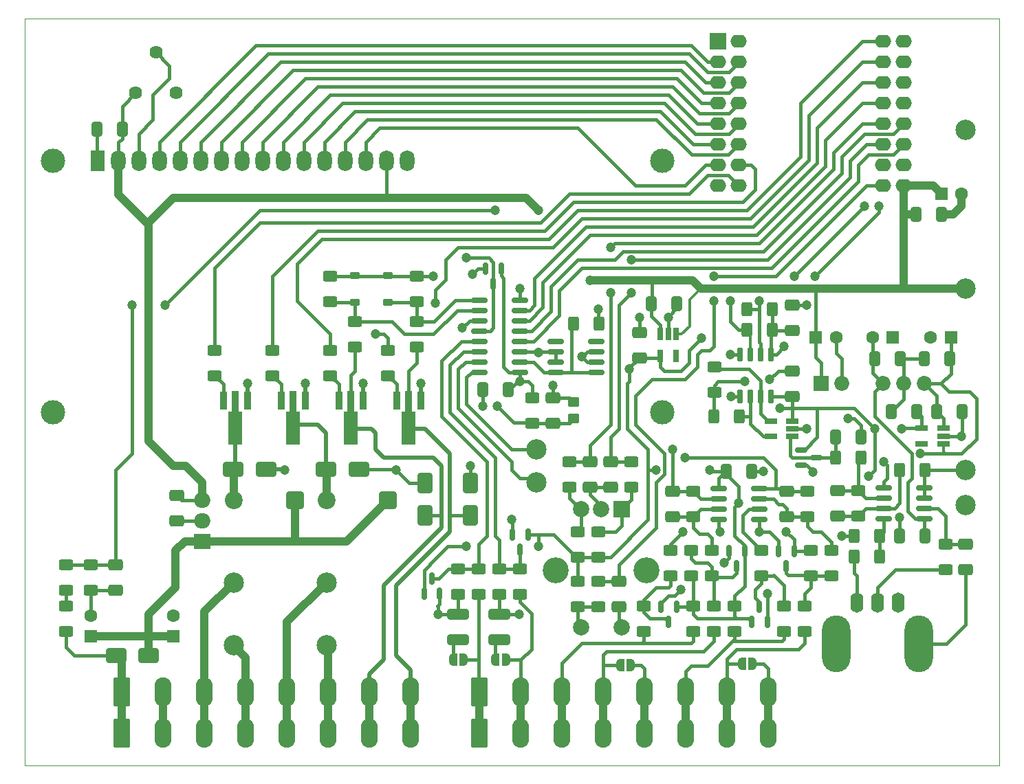
<source format=gbr>
%TF.GenerationSoftware,KiCad,Pcbnew,7.0.7*%
%TF.CreationDate,2024-02-20T18:04:50-10:00*%
%TF.ProjectId,Controller,436f6e74-726f-46c6-9c65-722e6b696361,New*%
%TF.SameCoordinates,Original*%
%TF.FileFunction,Copper,L2,Bot*%
%TF.FilePolarity,Positive*%
%FSLAX46Y46*%
G04 Gerber Fmt 4.6, Leading zero omitted, Abs format (unit mm)*
G04 Created by KiCad (PCBNEW 7.0.7) date 2024-02-20 18:04:50*
%MOMM*%
%LPD*%
G01*
G04 APERTURE LIST*
G04 Aperture macros list*
%AMRoundRect*
0 Rectangle with rounded corners*
0 $1 Rounding radius*
0 $2 $3 $4 $5 $6 $7 $8 $9 X,Y pos of 4 corners*
0 Add a 4 corners polygon primitive as box body*
4,1,4,$2,$3,$4,$5,$6,$7,$8,$9,$2,$3,0*
0 Add four circle primitives for the rounded corners*
1,1,$1+$1,$2,$3*
1,1,$1+$1,$4,$5*
1,1,$1+$1,$6,$7*
1,1,$1+$1,$8,$9*
0 Add four rect primitives between the rounded corners*
20,1,$1+$1,$2,$3,$4,$5,0*
20,1,$1+$1,$4,$5,$6,$7,0*
20,1,$1+$1,$6,$7,$8,$9,0*
20,1,$1+$1,$8,$9,$2,$3,0*%
%AMFreePoly0*
4,1,19,0.500000,-0.750000,0.000000,-0.750000,0.000000,-0.744911,-0.071157,-0.744911,-0.207708,-0.704816,-0.327430,-0.627875,-0.420627,-0.520320,-0.479746,-0.390866,-0.500000,-0.250000,-0.500000,0.250000,-0.479746,0.390866,-0.420627,0.520320,-0.327430,0.627875,-0.207708,0.704816,-0.071157,0.744911,0.000000,0.744911,0.000000,0.750000,0.500000,0.750000,0.500000,-0.750000,0.500000,-0.750000,
$1*%
%AMFreePoly1*
4,1,19,0.000000,0.744911,0.071157,0.744911,0.207708,0.704816,0.327430,0.627875,0.420627,0.520320,0.479746,0.390866,0.500000,0.250000,0.500000,-0.250000,0.479746,-0.390866,0.420627,-0.520320,0.327430,-0.627875,0.207708,-0.704816,0.071157,-0.744911,0.000000,-0.744911,0.000000,-0.750000,-0.500000,-0.750000,-0.500000,0.750000,0.000000,0.750000,0.000000,0.744911,0.000000,0.744911,
$1*%
%AMFreePoly2*
4,1,9,5.362500,-0.866500,1.237500,-0.866500,1.237500,-0.450000,-1.237500,-0.450000,-1.237500,0.450000,1.237500,0.450000,1.237500,0.866500,5.362500,0.866500,5.362500,-0.866500,5.362500,-0.866500,$1*%
G04 Aperture macros list end*
%TA.AperFunction,SMDPad,CuDef*%
%ADD10RoundRect,0.150000X-0.150000X0.587500X-0.150000X-0.587500X0.150000X-0.587500X0.150000X0.587500X0*%
%TD*%
%TA.AperFunction,SMDPad,CuDef*%
%ADD11RoundRect,0.250000X0.625000X-0.400000X0.625000X0.400000X-0.625000X0.400000X-0.625000X-0.400000X0*%
%TD*%
%TA.AperFunction,SMDPad,CuDef*%
%ADD12RoundRect,0.150000X-0.587500X-0.150000X0.587500X-0.150000X0.587500X0.150000X-0.587500X0.150000X0*%
%TD*%
%TA.AperFunction,SMDPad,CuDef*%
%ADD13RoundRect,0.150000X0.150000X-0.587500X0.150000X0.587500X-0.150000X0.587500X-0.150000X-0.587500X0*%
%TD*%
%TA.AperFunction,ComponentPad*%
%ADD14C,2.500000*%
%TD*%
%TA.AperFunction,ComponentPad*%
%ADD15RoundRect,0.341000X-0.759000X0.759000X-0.759000X-0.759000X0.759000X-0.759000X0.759000X0.759000X0*%
%TD*%
%TA.AperFunction,ComponentPad*%
%ADD16C,2.200000*%
%TD*%
%TA.AperFunction,ComponentPad*%
%ADD17R,2.000000X1.905000*%
%TD*%
%TA.AperFunction,ComponentPad*%
%ADD18O,2.000000X1.905000*%
%TD*%
%TA.AperFunction,ComponentPad*%
%ADD19O,1.600000X2.500000*%
%TD*%
%TA.AperFunction,ComponentPad*%
%ADD20O,3.500000X7.000000*%
%TD*%
%TA.AperFunction,ComponentPad*%
%ADD21RoundRect,0.249997X-0.790003X-1.550003X0.790003X-1.550003X0.790003X1.550003X-0.790003X1.550003X0*%
%TD*%
%TA.AperFunction,ComponentPad*%
%ADD22O,2.080000X3.600000*%
%TD*%
%TA.AperFunction,ComponentPad*%
%ADD23C,3.000000*%
%TD*%
%TA.AperFunction,ComponentPad*%
%ADD24R,1.800000X2.600000*%
%TD*%
%TA.AperFunction,ComponentPad*%
%ADD25O,1.800000X2.600000*%
%TD*%
%TA.AperFunction,ComponentPad*%
%ADD26R,1.600000X1.600000*%
%TD*%
%TA.AperFunction,ComponentPad*%
%ADD27C,1.600000*%
%TD*%
%TA.AperFunction,ComponentPad*%
%ADD28R,1.850000X1.850000*%
%TD*%
%TA.AperFunction,ComponentPad*%
%ADD29C,1.850000*%
%TD*%
%TA.AperFunction,ComponentPad*%
%ADD30R,2.000000X2.000000*%
%TD*%
%TA.AperFunction,ComponentPad*%
%ADD31O,2.000000X1.600000*%
%TD*%
%TA.AperFunction,ComponentPad*%
%ADD32C,2.000000*%
%TD*%
%TA.AperFunction,ComponentPad*%
%ADD33C,3.200000*%
%TD*%
%TA.AperFunction,ComponentPad*%
%ADD34C,1.620000*%
%TD*%
%TA.AperFunction,SMDPad,CuDef*%
%ADD35RoundRect,0.250000X-0.650000X0.412500X-0.650000X-0.412500X0.650000X-0.412500X0.650000X0.412500X0*%
%TD*%
%TA.AperFunction,SMDPad,CuDef*%
%ADD36RoundRect,0.250000X-0.625000X0.400000X-0.625000X-0.400000X0.625000X-0.400000X0.625000X0.400000X0*%
%TD*%
%TA.AperFunction,SMDPad,CuDef*%
%ADD37RoundRect,0.250000X0.412500X0.650000X-0.412500X0.650000X-0.412500X-0.650000X0.412500X-0.650000X0*%
%TD*%
%TA.AperFunction,SMDPad,CuDef*%
%ADD38RoundRect,0.250000X1.000000X0.650000X-1.000000X0.650000X-1.000000X-0.650000X1.000000X-0.650000X0*%
%TD*%
%TA.AperFunction,SMDPad,CuDef*%
%ADD39RoundRect,0.250000X-1.000000X-0.650000X1.000000X-0.650000X1.000000X0.650000X-1.000000X0.650000X0*%
%TD*%
%TA.AperFunction,SMDPad,CuDef*%
%ADD40RoundRect,0.250000X0.650000X-1.000000X0.650000X1.000000X-0.650000X1.000000X-0.650000X-1.000000X0*%
%TD*%
%TA.AperFunction,SMDPad,CuDef*%
%ADD41RoundRect,0.250000X-1.075000X0.400000X-1.075000X-0.400000X1.075000X-0.400000X1.075000X0.400000X0*%
%TD*%
%TA.AperFunction,SMDPad,CuDef*%
%ADD42FreePoly0,180.000000*%
%TD*%
%TA.AperFunction,SMDPad,CuDef*%
%ADD43FreePoly1,180.000000*%
%TD*%
%TA.AperFunction,SMDPad,CuDef*%
%ADD44RoundRect,0.250000X0.650000X-0.412500X0.650000X0.412500X-0.650000X0.412500X-0.650000X-0.412500X0*%
%TD*%
%TA.AperFunction,SMDPad,CuDef*%
%ADD45RoundRect,0.250000X-0.412500X-0.650000X0.412500X-0.650000X0.412500X0.650000X-0.412500X0.650000X0*%
%TD*%
%TA.AperFunction,SMDPad,CuDef*%
%ADD46RoundRect,0.150000X0.825000X0.150000X-0.825000X0.150000X-0.825000X-0.150000X0.825000X-0.150000X0*%
%TD*%
%TA.AperFunction,SMDPad,CuDef*%
%ADD47RoundRect,0.150000X-0.825000X-0.150000X0.825000X-0.150000X0.825000X0.150000X-0.825000X0.150000X0*%
%TD*%
%TA.AperFunction,SMDPad,CuDef*%
%ADD48R,1.560000X0.650000*%
%TD*%
%TA.AperFunction,SMDPad,CuDef*%
%ADD49RoundRect,0.250000X0.400000X0.625000X-0.400000X0.625000X-0.400000X-0.625000X0.400000X-0.625000X0*%
%TD*%
%TA.AperFunction,SMDPad,CuDef*%
%ADD50RoundRect,0.250000X-0.400000X-0.625000X0.400000X-0.625000X0.400000X0.625000X-0.400000X0.625000X0*%
%TD*%
%TA.AperFunction,SMDPad,CuDef*%
%ADD51RoundRect,0.225000X0.375000X-0.225000X0.375000X0.225000X-0.375000X0.225000X-0.375000X-0.225000X0*%
%TD*%
%TA.AperFunction,SMDPad,CuDef*%
%ADD52RoundRect,0.150000X0.150000X-0.725000X0.150000X0.725000X-0.150000X0.725000X-0.150000X-0.725000X0*%
%TD*%
%TA.AperFunction,SMDPad,CuDef*%
%ADD53R,0.650000X1.560000*%
%TD*%
%TA.AperFunction,SMDPad,CuDef*%
%ADD54RoundRect,0.250000X0.450000X-0.350000X0.450000X0.350000X-0.450000X0.350000X-0.450000X-0.350000X0*%
%TD*%
%TA.AperFunction,SMDPad,CuDef*%
%ADD55R,0.900000X2.300000*%
%TD*%
%TA.AperFunction,SMDPad,CuDef*%
%ADD56FreePoly2,270.000000*%
%TD*%
%TA.AperFunction,ViaPad*%
%ADD57C,1.200000*%
%TD*%
%TA.AperFunction,Conductor*%
%ADD58C,0.381000*%
%TD*%
%TA.AperFunction,Conductor*%
%ADD59C,0.508000*%
%TD*%
%TA.AperFunction,Conductor*%
%ADD60C,1.016000*%
%TD*%
%TA.AperFunction,Conductor*%
%ADD61C,0.304800*%
%TD*%
%TA.AperFunction,Profile*%
%ADD62C,0.050000*%
%TD*%
G04 APERTURE END LIST*
D10*
%TO.P,D12,1,A*%
%TO.N,GND*%
X134432000Y-121236500D03*
%TO.P,D12,2,K*%
%TO.N,+3.3V*%
X136332000Y-121236500D03*
%TO.P,D12,3,COM*%
%TO.N,Net-(D12A-COM)*%
X135382000Y-123111500D03*
%TD*%
D11*
%TO.P,R28,1*%
%TO.N,T2in*%
X135128000Y-131090000D03*
%TO.P,R28,2*%
%TO.N,Net-(D13A-COM)*%
X135128000Y-127990000D03*
%TD*%
%TO.P,R27,1*%
%TO.N,T1in*%
X117856000Y-131090000D03*
%TO.P,R27,2*%
%TO.N,Net-(D11A-COM)*%
X117856000Y-127990000D03*
%TD*%
D12*
%TO.P,D7,1,A*%
%TO.N,GNDA*%
X137238500Y-110678000D03*
%TO.P,D7,2,K*%
%TO.N,/3.3VA*%
X137238500Y-108778000D03*
%TO.P,D7,3,COM*%
%TO.N,Net-(D7A-COM)*%
X139113500Y-109728000D03*
%TD*%
D13*
%TO.P,D13,1,A*%
%TO.N,GND*%
X133030000Y-129969500D03*
%TO.P,D13,2,K*%
%TO.N,+3.3V*%
X131130000Y-129969500D03*
%TO.P,D13,3,COM*%
%TO.N,Net-(D13A-COM)*%
X132080000Y-128094500D03*
%TD*%
D10*
%TO.P,D11,3,COM*%
%TO.N,Net-(D11A-COM)*%
X120904000Y-129969500D03*
%TO.P,D11,2,K*%
%TO.N,+3.3V*%
X121854000Y-128094500D03*
%TO.P,D11,1,A*%
%TO.N,GND*%
X119954000Y-128094500D03*
%TD*%
%TO.P,D10,1,A*%
%TO.N,GND*%
X128336000Y-121236500D03*
%TO.P,D10,2,K*%
%TO.N,+3.3V*%
X130236000Y-121236500D03*
%TO.P,D10,3,COM*%
%TO.N,Net-(D10A-COM)*%
X129286000Y-123111500D03*
%TD*%
%TO.P,D6,1,A*%
%TO.N,GND*%
X98364000Y-86438500D03*
%TO.P,D6,2,K*%
%TO.N,+3.3V*%
X100264000Y-86438500D03*
%TO.P,D6,3,COM*%
%TO.N,SupV*%
X99314000Y-88313500D03*
%TD*%
%TO.P,D9,1,A*%
%TO.N,GND*%
X101666000Y-119204500D03*
%TO.P,D9,2,K*%
%TO.N,+3.3V*%
X103566000Y-119204500D03*
%TO.P,D9,3,COM*%
%TO.N,In2*%
X102616000Y-121079500D03*
%TD*%
D13*
%TO.P,D8,1,A*%
%TO.N,GND*%
X92710000Y-126492000D03*
%TO.P,D8,2,K*%
%TO.N,+3.3V*%
X90810000Y-126492000D03*
%TO.P,D8,3,COM*%
%TO.N,In1*%
X91760000Y-124617000D03*
%TD*%
D14*
%TO.P,TP4,1,1*%
%TO.N,T1amp*%
X104648000Y-108712000D03*
%TD*%
%TO.P,TP1,1,1*%
%TO.N,+5V*%
X157480000Y-88900000D03*
%TD*%
%TO.P,TP3,1,1*%
%TO.N,/WQ*%
X157480000Y-111252000D03*
%TD*%
%TO.P,TP5,1,1*%
%TO.N,T2amp*%
X104648000Y-112776000D03*
%TD*%
%TO.P,TP0,1,1*%
%TO.N,GND*%
X157480000Y-69342000D03*
%TD*%
D15*
%TO.P,K1,1*%
%TO.N,+12V*%
X74930000Y-114935000D03*
D14*
%TO.P,K1,2*%
%TO.N,Net-(J1-Pin_3)*%
X67330000Y-125135000D03*
%TO.P,K1,3*%
%TO.N,Net-(J1-Pin_4)*%
X67330000Y-132835000D03*
D16*
%TO.P,K1,5*%
%TO.N,Net-(D2-K)*%
X67330000Y-114935000D03*
%TD*%
D15*
%TO.P,K2,1*%
%TO.N,+12V*%
X86360000Y-114935000D03*
D14*
%TO.P,K2,2*%
%TO.N,Net-(J1-Pin_5)*%
X78760000Y-125135000D03*
%TO.P,K2,3*%
%TO.N,Net-(J1-Pin_6)*%
X78760000Y-132835000D03*
D16*
%TO.P,K2,5*%
%TO.N,Net-(D3-K)*%
X78760000Y-114935000D03*
%TD*%
D17*
%TO.P,U2,1,IN*%
%TO.N,+12V*%
X63500000Y-120015000D03*
D18*
%TO.P,U2,2,GND*%
%TO.N,GND*%
X63500000Y-117475000D03*
%TO.P,U2,3,OUT*%
%TO.N,+5V*%
X63500000Y-114935000D03*
%TD*%
D19*
%TO.P,J3,1,In*%
%TO.N,Net-(J3-In)*%
X146600000Y-127600000D03*
D20*
%TO.P,J3,2,Ext*%
%TO.N,GNDA*%
X151680000Y-132680000D03*
D19*
X149140000Y-127600000D03*
X144060000Y-127600000D03*
D20*
X141520000Y-132680000D03*
%TD*%
D21*
%TO.P,J1,1,Pin_1*%
%TO.N,VS*%
X53600000Y-138600000D03*
X53600000Y-143680000D03*
D22*
%TO.P,J1,2,Pin_2*%
%TO.N,GND*%
X58680000Y-138600000D03*
X58680000Y-143680000D03*
%TO.P,J1,3,Pin_3*%
%TO.N,Net-(J1-Pin_3)*%
X63760000Y-138600000D03*
X63760000Y-143680000D03*
%TO.P,J1,4,Pin_4*%
%TO.N,Net-(J1-Pin_4)*%
X68840000Y-138600000D03*
X68840000Y-143680000D03*
%TO.P,J1,5,Pin_5*%
%TO.N,Net-(J1-Pin_5)*%
X73920000Y-138600000D03*
X73920000Y-143680000D03*
%TO.P,J1,6,Pin_6*%
%TO.N,Net-(J1-Pin_6)*%
X79000000Y-138600000D03*
X79000000Y-143680000D03*
%TO.P,J1,7,Pin_7*%
%TO.N,Net-(D4-K)*%
X84080000Y-138600000D03*
X84080000Y-143680000D03*
%TO.P,J1,8,Pin_8*%
%TO.N,Net-(D5-K)*%
X89160000Y-138600000D03*
X89160000Y-143680000D03*
%TD*%
D21*
%TO.P,J2,1,Pin_1*%
%TO.N,Net-(J2-Pin_1)*%
X97600000Y-138600000D03*
X97600000Y-143680000D03*
D22*
%TO.P,J2,2,Pin_2*%
%TO.N,Net-(J2-Pin_2)*%
X102680000Y-138600000D03*
X102680000Y-143680000D03*
%TO.P,J2,3,Pin_3*%
%TO.N,T1in*%
X107760000Y-138600000D03*
X107760000Y-143680000D03*
%TO.P,J2,4,Pin_4*%
%TO.N,T1bias*%
X112840000Y-138600000D03*
X112840000Y-143680000D03*
%TO.P,J2,5,Pin_5*%
%TO.N,GND*%
X117920000Y-138600000D03*
X117920000Y-143680000D03*
%TO.P,J2,6,Pin_6*%
%TO.N,T2in*%
X123000000Y-138600000D03*
X123000000Y-143680000D03*
%TO.P,J2,7,Pin_7*%
%TO.N,T2bias*%
X128080000Y-138600000D03*
X128080000Y-143680000D03*
%TO.P,J2,8,Pin_8*%
%TO.N,GND*%
X133160000Y-138600000D03*
X133160000Y-143680000D03*
%TD*%
D23*
%TO.P,DS1,*%
%TO.N,*%
X45100900Y-73100000D03*
X45100900Y-104100700D03*
X120099480Y-104100700D03*
X120100000Y-73100000D03*
D24*
%TO.P,DS1,1,VSS*%
%TO.N,GND*%
X50600000Y-73100000D03*
D25*
%TO.P,DS1,2,VDD*%
%TO.N,+5V*%
X53140000Y-73100000D03*
%TO.P,DS1,3,VO*%
%TO.N,Net-(DS1-VO)*%
X55680000Y-73100000D03*
%TO.P,DS1,4,RS*%
%TO.N,DispRS*%
X58220000Y-73100000D03*
%TO.P,DS1,5,R/W*%
%TO.N,DispRW*%
X60760000Y-73100000D03*
%TO.P,DS1,6,E*%
%TO.N,DispE*%
X63300000Y-73100000D03*
%TO.P,DS1,7,D0*%
%TO.N,DispD0*%
X65840000Y-73100000D03*
%TO.P,DS1,8,D1*%
%TO.N,DispD1*%
X68380000Y-73100000D03*
%TO.P,DS1,9,D2*%
%TO.N,DispD2*%
X70920000Y-73100000D03*
%TO.P,DS1,10,D3*%
%TO.N,DispD3*%
X73460000Y-73100000D03*
%TO.P,DS1,11,D4*%
%TO.N,DispD4*%
X76000000Y-73100000D03*
%TO.P,DS1,12,D5*%
%TO.N,DispD5*%
X78540000Y-73100000D03*
%TO.P,DS1,13,D6*%
%TO.N,DispD6*%
X81080000Y-73100000D03*
%TO.P,DS1,14,D7*%
%TO.N,DispD7*%
X83620000Y-73100000D03*
%TO.P,DS1,15,LED(+)*%
%TO.N,+5V*%
X86160000Y-73100000D03*
%TO.P,DS1,16,LED(-)*%
%TO.N,GND*%
X88700000Y-73100000D03*
%TD*%
D26*
%TO.P,C8,1*%
%TO.N,+5VA*%
X155637113Y-94867000D03*
D27*
%TO.P,C8,2*%
%TO.N,GNDA*%
X153137113Y-94867000D03*
%TD*%
D26*
%TO.P,C2,1*%
%TO.N,+12V*%
X49784000Y-131708651D03*
D27*
%TO.P,C2,2*%
%TO.N,GND*%
X49784000Y-129208651D03*
%TD*%
D26*
%TO.P,C3,1*%
%TO.N,+5V*%
X154472000Y-77216000D03*
D27*
%TO.P,C3,2*%
%TO.N,GND*%
X156972000Y-77216000D03*
%TD*%
D28*
%TO.P,PS1,1,+Vin*%
%TO.N,+5V*%
X139700000Y-100584000D03*
D29*
%TO.P,PS1,2,-Vin*%
%TO.N,GND*%
X142240000Y-100584000D03*
%TO.P,PS1,4,-Vout*%
%TO.N,-5VA*%
X147320000Y-100584000D03*
%TO.P,PS1,5,0V*%
%TO.N,GNDA*%
X149860000Y-100584000D03*
%TO.P,PS1,6,+Vout*%
%TO.N,+5VA*%
X152400000Y-100584000D03*
%TD*%
D26*
%TO.P,C7,1*%
%TO.N,+5V*%
X139025621Y-94867000D03*
D27*
%TO.P,C7,2*%
%TO.N,GND*%
X141525621Y-94867000D03*
%TD*%
D26*
%TO.P,C9,1*%
%TO.N,GNDA*%
X148502380Y-94867000D03*
D27*
%TO.P,C9,2*%
%TO.N,-5VA*%
X146002380Y-94867000D03*
%TD*%
D26*
%TO.P,C1,1*%
%TO.N,+12V*%
X59944000Y-131708651D03*
D27*
%TO.P,C1,2*%
%TO.N,GND*%
X59944000Y-129208651D03*
%TD*%
D14*
%TO.P,TP2,1,1*%
%TO.N,GNDA*%
X157480000Y-115570000D03*
%TD*%
D30*
%TO.P,U1,1,~{EN}*%
%TO.N,unconnected-(U1-~{EN}-Pad1)*%
X127000000Y-58420000D03*
D31*
%TO.P,U1,2,D2*%
%TO.N,DispRS*%
X127000000Y-60960000D03*
%TO.P,U1,3,D4*%
%TO.N,DispE*%
X127000000Y-63500000D03*
%TO.P,U1,4,D12*%
%TO.N,DispD1*%
X127000000Y-66040000D03*
%TO.P,U1,5,D13*%
%TO.N,DispD3*%
X127000000Y-68580000D03*
%TO.P,U1,6,D11*%
%TO.N,DispD5*%
X127000000Y-71120000D03*
%TO.P,U1,7,D10*%
%TO.N,DispD7*%
X127000000Y-73660000D03*
%TO.P,U1,8,3V3*%
%TO.N,unconnected-(U1-3V3-Pad8)*%
X127000000Y-76200000D03*
%TO.P,U1,9,Vbus*%
%TO.N,+5V*%
X149860000Y-76200000D03*
%TO.P,U1,10,GND*%
%TO.N,GND*%
X149860000Y-73660000D03*
%TO.P,U1,11,D16*%
%TO.N,SPCK*%
X149860000Y-71120000D03*
%TO.P,U1,12,D18*%
%TO.N,MISO*%
X149860000Y-68580000D03*
%TO.P,U1,13,D35*%
%TO.N,SDA*%
X149860000Y-66040000D03*
%TO.P,U1,14,D36*%
%TO.N,SCL*%
X149860000Y-63500000D03*
%TO.P,U1,15,D44*%
%TO.N,unconnected-(U1-D44-Pad15)*%
X149860000Y-60960000D03*
%TO.P,U1,16,D43*%
%TO.N,unconnected-(U1-D43-Pad16)*%
X149860000Y-58420000D03*
%TO.P,U1,17,D1*%
%TO.N,unconnected-(U1-D1-Pad17)*%
X129540000Y-58420000D03*
%TO.P,U1,18,D3*%
%TO.N,DispRW*%
X129540000Y-60960000D03*
%TO.P,U1,19,D5*%
%TO.N,DispD0*%
X129540000Y-63500000D03*
%TO.P,U1,20,D6*%
%TO.N,DispD2*%
X129540000Y-66040000D03*
%TO.P,U1,21,D7*%
%TO.N,DispD4*%
X129540000Y-68580000D03*
%TO.P,U1,22,D8*%
%TO.N,DispD6*%
X129540000Y-71120000D03*
%TO.P,U1,23,D9*%
%TO.N,Rly2*%
X129540000Y-73660000D03*
%TO.P,U1,24,D14*%
%TO.N,Rly1*%
X129540000Y-76200000D03*
%TO.P,U1,25,D15*%
%TO.N,EncPB*%
X147320000Y-76200000D03*
%TO.P,U1,26,GND*%
%TO.N,GND*%
X147320000Y-73660000D03*
%TO.P,U1,27,D17*%
%TO.N,EncA*%
X147320000Y-71120000D03*
%TO.P,U1,28,D21*%
%TO.N,EncB*%
X147320000Y-68580000D03*
%TO.P,U1,29,D34*%
%TO.N,MOSI*%
X147320000Y-66040000D03*
%TO.P,U1,30,D38*%
%TO.N,ADCS*%
X147320000Y-63500000D03*
%TO.P,U1,31,D37*%
%TO.N,Out2d*%
X147320000Y-60960000D03*
%TO.P,U1,32,D33*%
%TO.N,Out1d*%
X147320000Y-58420000D03*
%TD*%
D32*
%TO.P,S1,S2,S2*%
%TO.N,GND*%
X115100000Y-130600000D03*
%TO.P,S1,S1,S1*%
%TO.N,Net-(R47-Pad1)*%
X110100000Y-130600000D03*
D33*
%TO.P,S1,MP*%
%TO.N,N/C*%
X107000000Y-123600000D03*
X118200000Y-123600000D03*
D32*
%TO.P,S1,C,C*%
%TO.N,GND*%
X112600000Y-116100000D03*
%TO.P,S1,B,B*%
%TO.N,Net-(R45-Pad1)*%
X110100000Y-116100000D03*
D30*
%TO.P,S1,A,A*%
%TO.N,Net-(R46-Pad1)*%
X115100000Y-116100000D03*
%TD*%
D34*
%TO.P,R51,1,1*%
%TO.N,GND*%
X60285000Y-64770000D03*
%TO.P,R51,2,2*%
%TO.N,Net-(DS1-VO)*%
X57785000Y-59770000D03*
%TO.P,R51,3,3*%
%TO.N,+5V*%
X55285000Y-64770000D03*
%TD*%
D11*
%TO.P,R47,1*%
%TO.N,Net-(R47-Pad1)*%
X109728000Y-128042000D03*
%TO.P,R47,2*%
%TO.N,+3.3V*%
X109728000Y-124942000D03*
%TD*%
D35*
%TO.P,C29,1*%
%TO.N,EncB*%
X111252000Y-110197500D03*
%TO.P,C29,2*%
%TO.N,GND*%
X111252000Y-113322500D03*
%TD*%
%TO.P,C30,1*%
%TO.N,EncA*%
X113792000Y-110197500D03*
%TO.P,C30,2*%
%TO.N,GND*%
X113792000Y-113322500D03*
%TD*%
%TO.P,C31,1*%
%TO.N,EncPB*%
X114808000Y-124929500D03*
%TO.P,C31,2*%
%TO.N,GND*%
X114808000Y-128054500D03*
%TD*%
D36*
%TO.P,R48,1*%
%TO.N,EncA*%
X116332000Y-110210000D03*
%TO.P,R48,2*%
%TO.N,Net-(R46-Pad1)*%
X116332000Y-113310000D03*
%TD*%
%TO.P,R49,1*%
%TO.N,EncB*%
X108712000Y-110210000D03*
%TO.P,R49,2*%
%TO.N,Net-(R45-Pad1)*%
X108712000Y-113310000D03*
%TD*%
D11*
%TO.P,R50,1*%
%TO.N,Net-(R47-Pad1)*%
X112268000Y-128042000D03*
%TO.P,R50,2*%
%TO.N,EncPB*%
X112268000Y-124942000D03*
%TD*%
D37*
%TO.P,C5,1*%
%TO.N,+5V*%
X53632500Y-69215000D03*
%TO.P,C5,2*%
%TO.N,GND*%
X50507500Y-69215000D03*
%TD*%
D38*
%TO.P,D1,1,K*%
%TO.N,+12V*%
X56864000Y-134112000D03*
%TO.P,D1,2,A*%
%TO.N,VS*%
X52864000Y-134112000D03*
%TD*%
D35*
%TO.P,C4,1*%
%TO.N,+5V*%
X60325000Y-114350000D03*
%TO.P,C4,2*%
%TO.N,GND*%
X60325000Y-117475000D03*
%TD*%
D39*
%TO.P,D2,1,K*%
%TO.N,Net-(D2-K)*%
X67310000Y-111125000D03*
%TO.P,D2,2,A*%
%TO.N,GND*%
X71310000Y-111125000D03*
%TD*%
D40*
%TO.P,D4,1,K*%
%TO.N,Net-(D4-K)*%
X90932000Y-116808000D03*
%TO.P,D4,2,A*%
%TO.N,GND*%
X90932000Y-112808000D03*
%TD*%
D11*
%TO.P,R12,1*%
%TO.N,+3.3V*%
X123698000Y-124232000D03*
%TO.P,R12,2*%
%TO.N,Net-(D10A-COM)*%
X123698000Y-121132000D03*
%TD*%
%TO.P,R18,1*%
%TO.N,Net-(D10A-COM)*%
X126238000Y-124232000D03*
%TO.P,R18,2*%
%TO.N,Net-(U8B--)*%
X126238000Y-121132000D03*
%TD*%
%TO.P,R17,2*%
%TO.N,Net-(U8B-+)*%
X121158000Y-121132000D03*
%TO.P,R17,1*%
%TO.N,Net-(D11A-COM)*%
X121158000Y-124232000D03*
%TD*%
%TO.P,R22,1*%
%TO.N,Net-(U8A--)*%
X138010500Y-116993000D03*
%TO.P,R22,2*%
%TO.N,T2amp*%
X138010500Y-113893000D03*
%TD*%
D36*
%TO.P,R33,1*%
%TO.N,Rly2*%
X72136000Y-96494000D03*
%TO.P,R33,2*%
%TO.N,Net-(Q2-B)*%
X72136000Y-99594000D03*
%TD*%
D35*
%TO.P,C28,1*%
%TO.N,T2amp*%
X135470500Y-113880500D03*
%TO.P,C28,2*%
%TO.N,Net-(U8A--)*%
X135470500Y-117005500D03*
%TD*%
D36*
%TO.P,R34,1*%
%TO.N,Rly1*%
X65024000Y-96494000D03*
%TO.P,R34,2*%
%TO.N,Net-(Q1-B)*%
X65024000Y-99594000D03*
%TD*%
%TO.P,R11,1*%
%TO.N,+3.3V*%
X123952000Y-127990000D03*
%TO.P,R11,2*%
%TO.N,T1in*%
X123952000Y-131090000D03*
%TD*%
%TO.P,R45,1*%
%TO.N,Net-(R45-Pad1)*%
X109728000Y-118846000D03*
%TO.P,R45,2*%
%TO.N,+3.3V*%
X109728000Y-121946000D03*
%TD*%
%TO.P,R46,1*%
%TO.N,Net-(R46-Pad1)*%
X112268000Y-118846000D03*
%TO.P,R46,2*%
%TO.N,+3.3V*%
X112268000Y-121946000D03*
%TD*%
D11*
%TO.P,R39,2*%
%TO.N,In1*%
X94996000Y-123418000D03*
%TO.P,R39,1*%
%TO.N,GND*%
X94996000Y-126518000D03*
%TD*%
D36*
%TO.P,R35,1*%
%TO.N,In1*%
X97536000Y-123444000D03*
%TO.P,R35,2*%
%TO.N,Net-(J2-Pin_1)*%
X97536000Y-126544000D03*
%TD*%
D41*
%TO.P,R43,1*%
%TO.N,GND*%
X94996000Y-129006000D03*
%TO.P,R43,2*%
%TO.N,Net-(JP1-B)*%
X94996000Y-132106000D03*
%TD*%
D11*
%TO.P,R15,1*%
%TO.N,T1bias*%
X126492000Y-131090000D03*
%TO.P,R15,2*%
%TO.N,Net-(D10A-COM)*%
X126492000Y-127990000D03*
%TD*%
D40*
%TO.P,D5,1,K*%
%TO.N,Net-(D5-K)*%
X96520000Y-116808000D03*
%TO.P,D5,2,A*%
%TO.N,GND*%
X96520000Y-112808000D03*
%TD*%
D35*
%TO.P,C10,1*%
%TO.N,SupV*%
X52832000Y-122897500D03*
%TO.P,C10,2*%
%TO.N,GND*%
X52832000Y-126022500D03*
%TD*%
D42*
%TO.P,JP3,1,A*%
%TO.N,GND*%
X116220000Y-135255000D03*
D43*
%TO.P,JP3,2,B*%
%TO.N,T1bias*%
X114920000Y-135255000D03*
%TD*%
D36*
%TO.P,R36,1*%
%TO.N,In2*%
X102616000Y-123418000D03*
%TO.P,R36,2*%
%TO.N,Net-(J2-Pin_2)*%
X102616000Y-126518000D03*
%TD*%
D42*
%TO.P,JP1,1,A*%
%TO.N,Net-(J2-Pin_1)*%
X95646000Y-134620000D03*
D43*
%TO.P,JP1,2,B*%
%TO.N,Net-(JP1-B)*%
X94346000Y-134620000D03*
%TD*%
D42*
%TO.P,JP2,1,A*%
%TO.N,Net-(J2-Pin_2)*%
X100868000Y-134620000D03*
D43*
%TO.P,JP2,2,B*%
%TO.N,Net-(JP2-B)*%
X99568000Y-134620000D03*
%TD*%
D11*
%TO.P,R25,1*%
%TO.N,GND*%
X49784000Y-126010000D03*
%TO.P,R25,2*%
%TO.N,SupV*%
X49784000Y-122910000D03*
%TD*%
D36*
%TO.P,R23,1*%
%TO.N,Net-(R23-Pad1)*%
X46736000Y-127990000D03*
%TO.P,R23,2*%
%TO.N,VS*%
X46736000Y-131090000D03*
%TD*%
%TO.P,R24,1*%
%TO.N,SupV*%
X46736000Y-122910000D03*
%TO.P,R24,2*%
%TO.N,Net-(R23-Pad1)*%
X46736000Y-126010000D03*
%TD*%
D41*
%TO.P,R44,1*%
%TO.N,GND*%
X100076000Y-129006000D03*
%TO.P,R44,2*%
%TO.N,Net-(JP2-B)*%
X100076000Y-132106000D03*
%TD*%
D39*
%TO.P,D3,1,K*%
%TO.N,Net-(D3-K)*%
X78740000Y-111125000D03*
%TO.P,D3,2,A*%
%TO.N,GND*%
X82740000Y-111125000D03*
%TD*%
D11*
%TO.P,R40,1*%
%TO.N,GND*%
X100076000Y-126518000D03*
%TO.P,R40,2*%
%TO.N,In2*%
X100076000Y-123418000D03*
%TD*%
D44*
%TO.P,C12,1*%
%TO.N,+3.3V*%
X117282000Y-97400500D03*
%TO.P,C12,2*%
%TO.N,GND*%
X117282000Y-94275500D03*
%TD*%
D35*
%TO.P,C27,1*%
%TO.N,T1amp*%
X121412000Y-113880500D03*
%TO.P,C27,2*%
%TO.N,Net-(U8B--)*%
X121412000Y-117005500D03*
%TD*%
D45*
%TO.P,C6,1*%
%TO.N,+5V*%
X151345500Y-79756000D03*
%TO.P,C6,2*%
%TO.N,GND*%
X154470500Y-79756000D03*
%TD*%
D46*
%TO.P,U5,1*%
%TO.N,/WQ*%
X152335000Y-113411000D03*
%TO.P,U5,2,-*%
X152335000Y-114681000D03*
%TO.P,U5,3,+*%
%TO.N,Net-(U5A-+)*%
X152335000Y-115951000D03*
%TO.P,U5,4,V-*%
%TO.N,-5VA*%
X152335000Y-117221000D03*
%TO.P,U5,5,+*%
%TO.N,Net-(U5B-+)*%
X147385000Y-117221000D03*
%TO.P,U5,6,-*%
%TO.N,Net-(U5B--)*%
X147385000Y-115951000D03*
%TO.P,U5,7*%
%TO.N,Net-(C20-Pad1)*%
X147385000Y-114681000D03*
%TO.P,U5,8,V+*%
%TO.N,+5VA*%
X147385000Y-113411000D03*
%TD*%
D11*
%TO.P,R19,1*%
%TO.N,Net-(D13A-COM)*%
X132334000Y-124232000D03*
%TO.P,R19,2*%
%TO.N,Net-(U8A-+)*%
X132334000Y-121132000D03*
%TD*%
D37*
%TO.P,C14,1*%
%TO.N,GNDA*%
X149390500Y-97536000D03*
%TO.P,C14,2*%
%TO.N,-5VA*%
X146265500Y-97536000D03*
%TD*%
D36*
%TO.P,R38,1*%
%TO.N,Out2*%
X89916000Y-92938000D03*
%TO.P,R38,2*%
%TO.N,Net-(D5-K)*%
X89916000Y-96038000D03*
%TD*%
D11*
%TO.P,R5,1*%
%TO.N,Net-(U5B--)*%
X144272000Y-116866000D03*
%TO.P,R5,2*%
%TO.N,Net-(C20-Pad1)*%
X144272000Y-113766000D03*
%TD*%
D37*
%TO.P,C16,1*%
%TO.N,/3.3VA*%
X151461000Y-104011000D03*
%TO.P,C16,2*%
%TO.N,GNDA*%
X148336000Y-104011000D03*
%TD*%
D11*
%TO.P,R16,1*%
%TO.N,T2bias*%
X137668000Y-131090000D03*
%TO.P,R16,2*%
%TO.N,Net-(D12A-COM)*%
X137668000Y-127990000D03*
%TD*%
D47*
%TO.P,U9,1,K*%
%TO.N,Net-(U10-Vref)*%
X106999000Y-99187000D03*
%TO.P,U9,2,A*%
%TO.N,GND*%
X106999000Y-97917000D03*
%TO.P,U9,3,A*%
X106999000Y-96647000D03*
%TO.P,U9,4*%
%TO.N,N/C*%
X106999000Y-95377000D03*
%TO.P,U9,5*%
X111949000Y-95377000D03*
%TO.P,U9,6,A*%
%TO.N,GND*%
X111949000Y-96647000D03*
%TO.P,U9,7,A*%
X111949000Y-97917000D03*
%TO.P,U9,8,REF*%
%TO.N,Net-(U10-Vref)*%
X111949000Y-99187000D03*
%TD*%
D35*
%TO.P,C19,1*%
%TO.N,Net-(U5A-+)*%
X157480000Y-120357500D03*
%TO.P,C19,2*%
%TO.N,GNDA*%
X157480000Y-123482500D03*
%TD*%
D11*
%TO.P,R21,1*%
%TO.N,Net-(U8B--)*%
X123952000Y-116993000D03*
%TO.P,R21,2*%
%TO.N,T1amp*%
X123952000Y-113893000D03*
%TD*%
D36*
%TO.P,R42,1*%
%TO.N,GND*%
X89916000Y-87350000D03*
%TO.P,R42,2*%
%TO.N,Out2*%
X89916000Y-90450000D03*
%TD*%
D48*
%TO.P,U4,1,VIN*%
%TO.N,+5VA*%
X154766000Y-106109000D03*
%TO.P,U4,2,GND*%
%TO.N,GNDA*%
X154766000Y-107059000D03*
%TO.P,U4,3,EN*%
%TO.N,+5VA*%
X154766000Y-108009000D03*
%TO.P,U4,4,NC*%
%TO.N,unconnected-(U4-NC-Pad4)*%
X152066000Y-108009000D03*
%TO.P,U4,5,VOUT*%
%TO.N,/3.3VA*%
X152066000Y-106109000D03*
%TD*%
D42*
%TO.P,JP4,1,A*%
%TO.N,GND*%
X131206000Y-135128000D03*
D43*
%TO.P,JP4,2,B*%
%TO.N,T2bias*%
X129906000Y-135128000D03*
%TD*%
D11*
%TO.P,R29,1*%
%TO.N,Net-(U10-CH5)*%
X104140000Y-105436000D03*
%TO.P,R29,2*%
%TO.N,+3.3V*%
X104140000Y-102336000D03*
%TD*%
D36*
%TO.P,R31,1*%
%TO.N,Out1d*%
X79248000Y-96494000D03*
%TO.P,R31,2*%
%TO.N,Net-(Q3-B)*%
X79248000Y-99594000D03*
%TD*%
D37*
%TO.P,C25,1*%
%TO.N,+3.3V*%
X101130500Y-101346000D03*
%TO.P,C25,2*%
%TO.N,GND*%
X98005500Y-101346000D03*
%TD*%
D49*
%TO.P,R26,2*%
%TO.N,Net-(U10-Vref)*%
X109194000Y-93218000D03*
%TO.P,R26,1*%
%TO.N,+3.3V*%
X112294000Y-93218000D03*
%TD*%
%TO.P,R10,1*%
%TO.N,+3.3V*%
X133630000Y-93980000D03*
%TO.P,R10,2*%
%TO.N,SCL*%
X130530000Y-93980000D03*
%TD*%
D46*
%TO.P,U8,1*%
%TO.N,T2amp*%
X132015000Y-113538000D03*
%TO.P,U8,2,-*%
%TO.N,Net-(U8A--)*%
X132015000Y-114808000D03*
%TO.P,U8,3,+*%
%TO.N,Net-(U8A-+)*%
X132015000Y-116078000D03*
%TO.P,U8,4,V-*%
%TO.N,GND*%
X132015000Y-117348000D03*
%TO.P,U8,5,+*%
%TO.N,Net-(U8B-+)*%
X127065000Y-117348000D03*
%TO.P,U8,6,-*%
%TO.N,Net-(U8B--)*%
X127065000Y-116078000D03*
%TO.P,U8,7*%
%TO.N,T1amp*%
X127065000Y-114808000D03*
%TO.P,U8,8,V+*%
%TO.N,+3.3V*%
X127065000Y-113538000D03*
%TD*%
D50*
%TO.P,R2,1*%
%TO.N,Net-(U5B--)*%
X149326000Y-111252000D03*
%TO.P,R2,2*%
%TO.N,/WQ*%
X152426000Y-111252000D03*
%TD*%
%TO.P,R3,1*%
%TO.N,/3.3VA*%
X143738000Y-119380000D03*
%TO.P,R3,2*%
%TO.N,Net-(U5B-+)*%
X146838000Y-119380000D03*
%TD*%
D51*
%TO.P,D7,1,K*%
%TO.N,Out2*%
X86360000Y-90550000D03*
%TO.P,D7,2,A*%
%TO.N,GND*%
X86360000Y-87250000D03*
%TD*%
%TO.P,D6,1,K*%
%TO.N,Out1*%
X82296000Y-90550000D03*
%TO.P,D6,2,A*%
%TO.N,GND*%
X82296000Y-87250000D03*
%TD*%
D37*
%TO.P,C13,1*%
%TO.N,+5VA*%
X155486500Y-97536000D03*
%TO.P,C13,2*%
%TO.N,GNDA*%
X152361500Y-97536000D03*
%TD*%
D36*
%TO.P,R37,1*%
%TO.N,Out1*%
X82296000Y-92938000D03*
%TO.P,R37,2*%
%TO.N,Net-(D4-K)*%
X82296000Y-96038000D03*
%TD*%
%TO.P,R1,1*%
%TO.N,Net-(U5A-+)*%
X155000000Y-120370000D03*
%TO.P,R1,2*%
%TO.N,Net-(J3-In)*%
X155000000Y-123470000D03*
%TD*%
D11*
%TO.P,R20,1*%
%TO.N,Net-(D12A-COM)*%
X140970000Y-124232000D03*
%TO.P,R20,2*%
%TO.N,Net-(U8A--)*%
X140970000Y-121132000D03*
%TD*%
D49*
%TO.P,R9,1*%
%TO.N,+3.3V*%
X133630000Y-91440000D03*
%TO.P,R9,2*%
%TO.N,SDA*%
X130530000Y-91440000D03*
%TD*%
D36*
%TO.P,R41,1*%
%TO.N,GND*%
X79248000Y-87350000D03*
%TO.P,R41,2*%
%TO.N,Out1*%
X79248000Y-90450000D03*
%TD*%
D52*
%TO.P,U7,1,VCC1*%
%TO.N,/3.3VA*%
X133477000Y-102143000D03*
%TO.P,U7,2,SDA1*%
%TO.N,Net-(U6-SDA)*%
X132207000Y-102143000D03*
%TO.P,U7,3,SCL1*%
%TO.N,Net-(U6-SCL)*%
X130937000Y-102143000D03*
%TO.P,U7,4,GND1*%
%TO.N,GNDA*%
X129667000Y-102143000D03*
%TO.P,U7,5,GND2*%
%TO.N,GND*%
X129667000Y-96993000D03*
%TO.P,U7,6,SCL2*%
%TO.N,SCL*%
X130937000Y-96993000D03*
%TO.P,U7,7,SDA2*%
%TO.N,SDA*%
X132207000Y-96993000D03*
%TO.P,U7,8,VCC2*%
%TO.N,+3.3V*%
X133477000Y-96993000D03*
%TD*%
D53*
%TO.P,U3,1,VIN*%
%TO.N,+5V*%
X119888000Y-94488000D03*
%TO.P,U3,2,GND*%
%TO.N,GND*%
X120838000Y-94488000D03*
%TO.P,U3,3,EN*%
%TO.N,+5V*%
X121788000Y-94488000D03*
%TO.P,U3,4,NC*%
%TO.N,unconnected-(U3-NC-Pad4)*%
X121788000Y-97188000D03*
%TO.P,U3,5,VOUT*%
%TO.N,+3.3V*%
X119888000Y-97188000D03*
%TD*%
D45*
%TO.P,C21,1*%
%TO.N,Net-(D7A-COM)*%
X141439500Y-107188000D03*
%TO.P,C21,2*%
%TO.N,GNDA*%
X144564500Y-107188000D03*
%TD*%
%TO.P,C18,1*%
%TO.N,+5VA*%
X149313500Y-119380000D03*
%TO.P,C18,2*%
%TO.N,-5VA*%
X152438500Y-119380000D03*
%TD*%
D44*
%TO.P,C17,1*%
%TO.N,/3.3VA*%
X136144000Y-102146500D03*
%TO.P,C17,2*%
%TO.N,GNDA*%
X136144000Y-99021500D03*
%TD*%
D47*
%TO.P,U10,1,CH0*%
%TO.N,T1amp*%
X97601000Y-99187000D03*
%TO.P,U10,2,CH1*%
%TO.N,T2amp*%
X97601000Y-97917000D03*
%TO.P,U10,3,CH2*%
%TO.N,In2*%
X97601000Y-96647000D03*
%TO.P,U10,4,CH3*%
%TO.N,In1*%
X97601000Y-95377000D03*
%TO.P,U10,5,CH4*%
%TO.N,SupV*%
X97601000Y-94107000D03*
%TO.P,U10,6,CH5*%
%TO.N,Net-(U10-CH5)*%
X97601000Y-92837000D03*
%TO.P,U10,7,CH6*%
%TO.N,Out1*%
X97601000Y-91567000D03*
%TO.P,U10,8,CH7*%
%TO.N,Out2*%
X97601000Y-90297000D03*
%TO.P,U10,9,DGND*%
%TO.N,GND*%
X102551000Y-90297000D03*
%TO.P,U10,10,~{CS}/SHDN*%
%TO.N,ADCS*%
X102551000Y-91567000D03*
%TO.P,U10,11,Din*%
%TO.N,MOSI*%
X102551000Y-92837000D03*
%TO.P,U10,12,Dout*%
%TO.N,MISO*%
X102551000Y-94107000D03*
%TO.P,U10,13,CLK*%
%TO.N,SPCK*%
X102551000Y-95377000D03*
%TO.P,U10,14,AGND*%
%TO.N,GND*%
X102551000Y-96647000D03*
%TO.P,U10,15,Vref*%
%TO.N,Net-(U10-Vref)*%
X102551000Y-97917000D03*
%TO.P,U10,16,Vdd*%
%TO.N,+3.3V*%
X102551000Y-99187000D03*
%TD*%
D11*
%TO.P,R7,1*%
%TO.N,/3.3VA*%
X126544000Y-101626000D03*
%TO.P,R7,2*%
%TO.N,Net-(U6-SDA)*%
X126544000Y-98526000D03*
%TD*%
D44*
%TO.P,C22,1*%
%TO.N,+3.3V*%
X136144000Y-94018500D03*
%TO.P,C22,2*%
%TO.N,GND*%
X136144000Y-90893500D03*
%TD*%
D45*
%TO.P,C11,1*%
%TO.N,+5V*%
X118767500Y-90758000D03*
%TO.P,C11,2*%
%TO.N,GND*%
X121892500Y-90758000D03*
%TD*%
D54*
%TO.P,R30,1*%
%TO.N,Net-(U10-CH5)*%
X109220000Y-104886000D03*
%TO.P,R30,2*%
%TO.N,GND*%
X109220000Y-102886000D03*
%TD*%
D50*
%TO.P,R6,1*%
%TO.N,Net-(D7A-COM)*%
X141452000Y-109728000D03*
%TO.P,R6,2*%
%TO.N,Net-(C20-Pad1)*%
X144552000Y-109728000D03*
%TD*%
D44*
%TO.P,C24,1*%
%TO.N,Net-(U10-CH5)*%
X106680000Y-105448500D03*
%TO.P,C24,2*%
%TO.N,GND*%
X106680000Y-102323500D03*
%TD*%
D36*
%TO.P,R14,1*%
%TO.N,+3.3V*%
X138430000Y-121132000D03*
%TO.P,R14,2*%
%TO.N,Net-(D12A-COM)*%
X138430000Y-124232000D03*
%TD*%
D50*
%TO.P,R8,1*%
%TO.N,/3.3VA*%
X126492000Y-104648000D03*
%TO.P,R8,2*%
%TO.N,Net-(U6-SCL)*%
X129592000Y-104648000D03*
%TD*%
D48*
%TO.P,U6,1,Vdd*%
%TO.N,/3.3VA*%
X136144000Y-105222000D03*
%TO.P,U6,2,Vss*%
%TO.N,GNDA*%
X136144000Y-106172000D03*
%TO.P,U6,3,Ain*%
%TO.N,Net-(D7A-COM)*%
X136144000Y-107122000D03*
%TO.P,U6,4,SCL*%
%TO.N,Net-(U6-SCL)*%
X133444000Y-107122000D03*
%TO.P,U6,5,SDA*%
%TO.N,Net-(U6-SDA)*%
X133444000Y-105222000D03*
%TD*%
D45*
%TO.P,C26,1*%
%TO.N,+3.3V*%
X127977500Y-111379000D03*
%TO.P,C26,2*%
%TO.N,GND*%
X131102500Y-111379000D03*
%TD*%
D36*
%TO.P,R32,1*%
%TO.N,Out2d*%
X86360000Y-96494000D03*
%TO.P,R32,2*%
%TO.N,Net-(Q4-B)*%
X86360000Y-99594000D03*
%TD*%
D55*
%TO.P,Q2,1,B*%
%TO.N,Net-(Q2-B)*%
X73176000Y-102706000D03*
D56*
%TO.P,Q2,2,C*%
%TO.N,Net-(D3-K)*%
X74676000Y-102793500D03*
D55*
%TO.P,Q2,3,E*%
%TO.N,GND*%
X76176000Y-102706000D03*
%TD*%
D36*
%TO.P,R13,1*%
%TO.N,+3.3V*%
X129032000Y-127990000D03*
%TO.P,R13,2*%
%TO.N,T2in*%
X129032000Y-131090000D03*
%TD*%
D55*
%TO.P,Q4,1,B*%
%TO.N,Net-(Q4-B)*%
X87400000Y-102706000D03*
D56*
%TO.P,Q4,2,C*%
%TO.N,Net-(D5-K)*%
X88900000Y-102793500D03*
D55*
%TO.P,Q4,3,E*%
%TO.N,GND*%
X90400000Y-102706000D03*
%TD*%
D49*
%TO.P,R4,1*%
%TO.N,Net-(U5B-+)*%
X146838000Y-121920000D03*
%TO.P,R4,2*%
%TO.N,GNDA*%
X143738000Y-121920000D03*
%TD*%
D55*
%TO.P,Q3,1,B*%
%TO.N,Net-(Q3-B)*%
X80288000Y-102706000D03*
D56*
%TO.P,Q3,2,C*%
%TO.N,Net-(D4-K)*%
X81788000Y-102793500D03*
D55*
%TO.P,Q3,3,E*%
%TO.N,GND*%
X83288000Y-102706000D03*
%TD*%
D35*
%TO.P,C20,1*%
%TO.N,Net-(C20-Pad1)*%
X141732000Y-113753500D03*
%TO.P,C20,2*%
%TO.N,Net-(U5B--)*%
X141732000Y-116878500D03*
%TD*%
D55*
%TO.P,Q1,1,B*%
%TO.N,Net-(Q1-B)*%
X66064000Y-102706000D03*
D56*
%TO.P,Q1,2,C*%
%TO.N,Net-(D2-K)*%
X67564000Y-102793500D03*
D55*
%TO.P,Q1,3,E*%
%TO.N,GND*%
X69064000Y-102706000D03*
%TD*%
D45*
%TO.P,C15,1*%
%TO.N,+5VA*%
X153924000Y-104011000D03*
%TO.P,C15,2*%
%TO.N,GNDA*%
X157049000Y-104011000D03*
%TD*%
D57*
%TO.N,GND*%
X127762000Y-122682000D03*
%TO.N,GNDA*%
X138684000Y-111506000D03*
X143002000Y-104902000D03*
%TO.N,GND*%
X96774000Y-87122000D03*
X101600000Y-117348000D03*
%TO.N,+3.3V*%
X104902000Y-120650000D03*
X96012000Y-120650000D03*
%TO.N,GNDA*%
X137922000Y-106172000D03*
X133350000Y-100076000D03*
X128559000Y-102143000D03*
X156972000Y-107059000D03*
%TO.N,GND*%
X120838000Y-92456000D03*
X91948000Y-87376000D03*
X128524000Y-97028000D03*
X133096000Y-126492000D03*
X87376000Y-111252000D03*
X132588000Y-111379000D03*
X73660000Y-111252000D03*
X102616000Y-88900000D03*
X106680000Y-100838000D03*
X76200000Y-100584000D03*
X104902000Y-96774000D03*
X117348000Y-92456000D03*
X92482000Y-129006000D03*
X137922000Y-90932000D03*
X98044000Y-103378000D03*
X69088000Y-100584000D03*
X132080000Y-118872000D03*
X83288000Y-100584000D03*
X110236000Y-97282000D03*
X102500000Y-129000000D03*
X90400000Y-100584000D03*
X122428000Y-125984000D03*
X96520000Y-110744000D03*
%TO.N,+5VA*%
X147392500Y-110236000D03*
X151892000Y-109220000D03*
X149352000Y-117094000D03*
%TO.N,+5V*%
X111252000Y-87884000D03*
X104902000Y-79248000D03*
%TO.N,+3.3V*%
X135382000Y-118872000D03*
X125984000Y-111252000D03*
X116078000Y-98806000D03*
X129540000Y-115316000D03*
X112268000Y-91440000D03*
X135128000Y-96012000D03*
X119307500Y-111252000D03*
X102616000Y-100330000D03*
X124968000Y-94996000D03*
%TO.N,/3.3VA*%
X145542000Y-112014000D03*
X146304000Y-106172000D03*
X142240000Y-119380000D03*
X130302000Y-100330000D03*
X149606000Y-106172000D03*
X134620000Y-103632000D03*
%TO.N,T1amp*%
X121412000Y-108712000D03*
%TO.N,T2amp*%
X122936000Y-109728000D03*
%TO.N,EncB*%
X113792000Y-83820000D03*
X113792000Y-89408000D03*
%TO.N,EncA*%
X116332000Y-85344000D03*
X116332000Y-89408000D03*
%TO.N,EncPB*%
X126492000Y-90424000D03*
X126492000Y-87376000D03*
%TO.N,Out2d*%
X84836000Y-94488000D03*
X92202000Y-90678000D03*
%TO.N,SupV*%
X54864000Y-90932000D03*
X58928000Y-90932000D03*
X96012000Y-85090000D03*
X99568000Y-79248000D03*
%TO.N,SDA*%
X138938000Y-87376000D03*
X132080000Y-90424000D03*
X146812000Y-78740000D03*
%TO.N,SCL*%
X145034000Y-78740000D03*
X136398000Y-87376000D03*
X128524000Y-90424000D03*
%TO.N,Net-(U10-CH5)*%
X99822000Y-103378000D03*
X95504000Y-93726000D03*
%TO.N,Net-(U8B-+)*%
X127254000Y-118872000D03*
X122682000Y-118872000D03*
%TD*%
D58*
%TO.N,+3.3V*%
X104902000Y-119204500D02*
X104902000Y-120650000D01*
%TO.N,GND*%
X128336000Y-122108000D02*
X127762000Y-122682000D01*
X128336000Y-121236500D02*
X128336000Y-122108000D01*
%TO.N,+3.3V*%
X136332000Y-119822000D02*
X135382000Y-118872000D01*
X136332000Y-121236500D02*
X136332000Y-119822000D01*
%TO.N,GND*%
X134432000Y-119954000D02*
X134432000Y-121236500D01*
X133350000Y-118872000D02*
X134432000Y-119954000D01*
X132080000Y-118872000D02*
X133350000Y-118872000D01*
%TO.N,Net-(D10A-COM)*%
X128778000Y-124460000D02*
X126466000Y-124460000D01*
X126466000Y-124460000D02*
X126238000Y-124232000D01*
X129286000Y-123952000D02*
X128778000Y-124460000D01*
X129286000Y-123111500D02*
X129286000Y-123952000D01*
%TO.N,+3.3V*%
X138325500Y-121236500D02*
X138430000Y-121132000D01*
X136332000Y-121236500D02*
X138325500Y-121236500D01*
%TO.N,Net-(D13A-COM)*%
X135128000Y-125476000D02*
X135128000Y-127990000D01*
X133858000Y-124206000D02*
X135128000Y-125476000D01*
X133832000Y-124232000D02*
X133858000Y-124206000D01*
X132334000Y-124232000D02*
X133832000Y-124232000D01*
%TO.N,GND*%
X121666000Y-126746000D02*
X122428000Y-125984000D01*
X120904000Y-126746000D02*
X121666000Y-126746000D01*
X119954000Y-127696000D02*
X120904000Y-126746000D01*
X119954000Y-128094500D02*
X119954000Y-127696000D01*
%TO.N,T1in*%
X117856000Y-131090000D02*
X117856000Y-132334000D01*
X117856000Y-132334000D02*
X117602000Y-132588000D01*
X117602000Y-132588000D02*
X123698000Y-132588000D01*
X110236000Y-132588000D02*
X117602000Y-132588000D01*
%TO.N,T2in*%
X129032000Y-132080000D02*
X128778000Y-132334000D01*
X129032000Y-131090000D02*
X129032000Y-132080000D01*
X135128000Y-132080000D02*
X135128000Y-131090000D01*
X128778000Y-132334000D02*
X134874000Y-132334000D01*
X134874000Y-132334000D02*
X135128000Y-132080000D01*
X125730000Y-135382000D02*
X128778000Y-132334000D01*
X123698000Y-135382000D02*
X125730000Y-135382000D01*
X123000000Y-136080000D02*
X123698000Y-135382000D01*
X123000000Y-138600000D02*
X123000000Y-136080000D01*
%TO.N,T1in*%
X123698000Y-132588000D02*
X123952000Y-132334000D01*
X107760000Y-135064000D02*
X110236000Y-132588000D01*
X123952000Y-132334000D02*
X123952000Y-131090000D01*
X107760000Y-138600000D02*
X107760000Y-135064000D01*
%TO.N,GND*%
X133030000Y-129969500D02*
X133030000Y-126558000D01*
X133030000Y-126558000D02*
X133096000Y-126492000D01*
%TO.N,Net-(D13A-COM)*%
X132334000Y-125222000D02*
X132334000Y-124232000D01*
X131572000Y-127000000D02*
X131572000Y-125984000D01*
X131572000Y-125984000D02*
X132334000Y-125222000D01*
X132080000Y-128094500D02*
X132080000Y-127508000D01*
X132080000Y-127508000D02*
X131572000Y-127000000D01*
%TO.N,+3.3V*%
X129032000Y-129286000D02*
X129032000Y-127990000D01*
X129286000Y-129540000D02*
X129032000Y-129286000D01*
X130700500Y-129540000D02*
X131130000Y-129969500D01*
X124460000Y-129540000D02*
X130700500Y-129540000D01*
X123952000Y-129032000D02*
X124460000Y-129540000D01*
X123952000Y-127990000D02*
X123952000Y-129032000D01*
%TO.N,Net-(D11A-COM)*%
X120904000Y-125730000D02*
X121158000Y-125476000D01*
X119380000Y-125730000D02*
X120904000Y-125730000D01*
X117856000Y-127254000D02*
X119380000Y-125730000D01*
X121158000Y-125476000D02*
X121158000Y-124232000D01*
X117856000Y-127990000D02*
X117856000Y-127254000D01*
%TO.N,Net-(D10A-COM)*%
X126492000Y-124486000D02*
X126238000Y-124232000D01*
X126492000Y-127990000D02*
X126492000Y-124486000D01*
%TO.N,+3.3V*%
X123847500Y-128094500D02*
X123952000Y-127990000D01*
X121854000Y-128094500D02*
X123847500Y-128094500D01*
X123952000Y-124486000D02*
X123698000Y-124232000D01*
X123952000Y-127990000D02*
X123952000Y-124486000D01*
%TO.N,Net-(D11A-COM)*%
X120474500Y-129540000D02*
X120904000Y-129969500D01*
X117856000Y-128778000D02*
X118618000Y-129540000D01*
X117856000Y-127990000D02*
X117856000Y-128778000D01*
X118618000Y-129540000D02*
X120474500Y-129540000D01*
%TO.N,T1bias*%
X126492000Y-132334000D02*
X126492000Y-131090000D01*
X113284000Y-133604000D02*
X125222000Y-133604000D01*
X112840000Y-134048000D02*
X113284000Y-133604000D01*
X125222000Y-133604000D02*
X126492000Y-132334000D01*
X112840000Y-135382000D02*
X112840000Y-134048000D01*
%TO.N,T2bias*%
X137668000Y-132588000D02*
X137668000Y-131090000D01*
X136906000Y-133350000D02*
X137668000Y-132588000D01*
X129286000Y-133350000D02*
X136906000Y-133350000D01*
X128080000Y-134556000D02*
X129286000Y-133350000D01*
X128080000Y-135128000D02*
X128080000Y-134556000D01*
%TO.N,+3.3V*%
X130236000Y-125542000D02*
X129032000Y-126746000D01*
X130236000Y-121236500D02*
X130236000Y-125542000D01*
X129032000Y-126746000D02*
X129032000Y-127990000D01*
%TO.N,Net-(U8A--)*%
X139700000Y-118872000D02*
X140970000Y-120142000D01*
X140970000Y-120142000D02*
X140970000Y-121132000D01*
X138684000Y-118872000D02*
X139700000Y-118872000D01*
X138010500Y-118198500D02*
X138684000Y-118872000D01*
X138010500Y-116993000D02*
X138010500Y-118198500D01*
%TO.N,Net-(D12A-COM)*%
X138404000Y-124206000D02*
X138430000Y-124232000D01*
X135382000Y-123952000D02*
X135636000Y-124206000D01*
X135636000Y-124206000D02*
X138404000Y-124206000D01*
X135382000Y-123111500D02*
X135382000Y-123952000D01*
X140970000Y-124232000D02*
X138430000Y-124232000D01*
X137668000Y-126492000D02*
X138430000Y-125730000D01*
X137668000Y-127990000D02*
X137668000Y-126492000D01*
X138430000Y-125730000D02*
X138430000Y-124232000D01*
%TO.N,+3.3V*%
X130236000Y-120584000D02*
X130236000Y-121236500D01*
X129032000Y-119380000D02*
X130236000Y-120584000D01*
X129032000Y-115824000D02*
X129032000Y-119380000D01*
X129540000Y-115316000D02*
X129032000Y-115824000D01*
%TO.N,Net-(U8A-+)*%
X130048000Y-116840000D02*
X130810000Y-116078000D01*
X130048000Y-118872000D02*
X130048000Y-116840000D01*
X132308000Y-121132000D02*
X130048000Y-118872000D01*
X130810000Y-116078000D02*
X132015000Y-116078000D01*
X132334000Y-121132000D02*
X132308000Y-121132000D01*
%TO.N,Net-(U8B--)*%
X124714000Y-119126000D02*
X125730000Y-119126000D01*
X123952000Y-118364000D02*
X124714000Y-119126000D01*
X125730000Y-119126000D02*
X126238000Y-119634000D01*
X123952000Y-116993000D02*
X123952000Y-118364000D01*
X126238000Y-119634000D02*
X126238000Y-121132000D01*
%TO.N,Net-(D10A-COM)*%
X124206000Y-122682000D02*
X125730000Y-122682000D01*
X123698000Y-122174000D02*
X124206000Y-122682000D01*
X123698000Y-121132000D02*
X123698000Y-122174000D01*
X125730000Y-122682000D02*
X126238000Y-123190000D01*
X126238000Y-123190000D02*
X126238000Y-124232000D01*
%TO.N,Net-(U8B-+)*%
X121158000Y-120396000D02*
X122682000Y-118872000D01*
X121158000Y-121132000D02*
X121158000Y-120396000D01*
%TO.N,GND*%
X114808000Y-128054500D02*
X114808000Y-130308000D01*
X114808000Y-130308000D02*
X115100000Y-130600000D01*
%TO.N,T1bias*%
X112967000Y-135255000D02*
X112840000Y-135382000D01*
X114920000Y-135255000D02*
X112967000Y-135255000D01*
X112840000Y-138600000D02*
X112840000Y-135382000D01*
%TO.N,GNDA*%
X143764000Y-104902000D02*
X143002000Y-104902000D01*
X144564500Y-105702500D02*
X143764000Y-104902000D01*
X144564500Y-107188000D02*
X144564500Y-105702500D01*
%TO.N,Net-(D7A-COM)*%
X135890000Y-107376000D02*
X136144000Y-107122000D01*
X136144000Y-109728000D02*
X135890000Y-109474000D01*
X135890000Y-109474000D02*
X135890000Y-107376000D01*
X139113500Y-109728000D02*
X136144000Y-109728000D01*
%TO.N,GNDA*%
X137856000Y-110678000D02*
X138684000Y-111506000D01*
X137238500Y-110678000D02*
X137856000Y-110678000D01*
%TO.N,/3.3VA*%
X139192000Y-107188000D02*
X139192000Y-103632000D01*
X137602000Y-108778000D02*
X139192000Y-107188000D01*
X143764000Y-103632000D02*
X139192000Y-103632000D01*
X139192000Y-103632000D02*
X136144000Y-103632000D01*
X137238500Y-108778000D02*
X137602000Y-108778000D01*
%TO.N,GNDA*%
X136144000Y-106172000D02*
X137922000Y-106172000D01*
%TO.N,/3.3VA*%
X146304000Y-106172000D02*
X143764000Y-103632000D01*
%TO.N,Net-(D7A-COM)*%
X141452000Y-109728000D02*
X139113500Y-109728000D01*
%TO.N,Net-(C20-Pad1)*%
X144272000Y-110008000D02*
X144552000Y-109728000D01*
X144272000Y-113766000D02*
X144272000Y-110008000D01*
%TO.N,Net-(D7A-COM)*%
X141439500Y-109715500D02*
X141452000Y-109728000D01*
X141439500Y-107188000D02*
X141439500Y-109715500D01*
%TO.N,/3.3VA*%
X146304000Y-106172000D02*
X146304000Y-111252000D01*
X146304000Y-111252000D02*
X145542000Y-112014000D01*
X149606000Y-106172000D02*
X149669000Y-106109000D01*
X149669000Y-106109000D02*
X152066000Y-106109000D01*
%TO.N,+3.3V*%
X102362000Y-100330000D02*
X102616000Y-100330000D01*
X101346000Y-101346000D02*
X102362000Y-100330000D01*
X101130500Y-101346000D02*
X101346000Y-101346000D01*
%TO.N,Net-(U10-CH5)*%
X104114000Y-105410000D02*
X104140000Y-105436000D01*
X99822000Y-103378000D02*
X101854000Y-105410000D01*
X101854000Y-105410000D02*
X104114000Y-105410000D01*
%TO.N,GND*%
X97457500Y-86438500D02*
X96774000Y-87122000D01*
X98364000Y-86438500D02*
X97457500Y-86438500D01*
%TO.N,SupV*%
X99308500Y-93731500D02*
X98933000Y-94107000D01*
X98933000Y-94107000D02*
X97601000Y-94107000D01*
X99308500Y-85627118D02*
X99308500Y-93731500D01*
X98771382Y-85090000D02*
X99308500Y-85627118D01*
X96012000Y-85090000D02*
X98771382Y-85090000D01*
%TO.N,+3.3V*%
X100584000Y-87630000D02*
X100584000Y-98552000D01*
X101219000Y-99187000D02*
X102551000Y-99187000D01*
X100264000Y-86438500D02*
X100264000Y-87310000D01*
X100264000Y-87310000D02*
X100584000Y-87630000D01*
X100584000Y-98552000D02*
X101219000Y-99187000D01*
%TO.N,ADCS*%
X144780000Y-63500000D02*
X147320000Y-63500000D01*
X131318000Y-81280000D02*
X139192000Y-73406000D01*
X110744000Y-81280000D02*
X131318000Y-81280000D01*
X139192000Y-69088000D02*
X144780000Y-63500000D01*
X104394000Y-87630000D02*
X110744000Y-81280000D01*
X104394000Y-90932000D02*
X104394000Y-87630000D01*
X103759000Y-91567000D02*
X104394000Y-90932000D01*
X139192000Y-73406000D02*
X139192000Y-69088000D01*
X102551000Y-91567000D02*
X103759000Y-91567000D01*
%TO.N,MOSI*%
X144780000Y-66040000D02*
X147320000Y-66040000D01*
X140208000Y-70612000D02*
X144780000Y-66040000D01*
X140208000Y-73794684D02*
X140208000Y-70612000D01*
X111252000Y-82296000D02*
X131706684Y-82296000D01*
X131706684Y-82296000D02*
X140208000Y-73794684D01*
X105410000Y-88138000D02*
X111252000Y-82296000D01*
X105410000Y-91186000D02*
X105410000Y-88138000D01*
X103759000Y-92837000D02*
X105410000Y-91186000D01*
X102551000Y-92837000D02*
X103759000Y-92837000D01*
%TO.N,MISO*%
X148590000Y-69850000D02*
X149860000Y-68580000D01*
X145034000Y-69850000D02*
X148590000Y-69850000D01*
X142240000Y-72644000D02*
X145034000Y-69850000D01*
X114300000Y-85344000D02*
X115316000Y-84328000D01*
X132588000Y-84328000D02*
X142240000Y-74676000D01*
X142240000Y-74676000D02*
X142240000Y-72644000D01*
X106426000Y-91694000D02*
X106426000Y-88646000D01*
X106426000Y-88646000D02*
X109728000Y-85344000D01*
X115316000Y-84328000D02*
X132588000Y-84328000D01*
X104013000Y-94107000D02*
X106426000Y-91694000D01*
X102551000Y-94107000D02*
X104013000Y-94107000D01*
X109728000Y-85344000D02*
X114300000Y-85344000D01*
%TO.N,SPCK*%
X104267000Y-95377000D02*
X102551000Y-95377000D01*
X107442000Y-92202000D02*
X104267000Y-95377000D01*
X107442000Y-89154000D02*
X107442000Y-92202000D01*
X133604000Y-86360000D02*
X110236000Y-86360000D01*
X144272000Y-75692000D02*
X133604000Y-86360000D01*
X145542000Y-72390000D02*
X144272000Y-73660000D01*
X144272000Y-73660000D02*
X144272000Y-75692000D01*
X148590000Y-72390000D02*
X145542000Y-72390000D01*
X149860000Y-71120000D02*
X148590000Y-72390000D01*
X110236000Y-86360000D02*
X107442000Y-89154000D01*
%TO.N,+3.3V*%
X112268000Y-93192000D02*
X112294000Y-93218000D01*
X112268000Y-91440000D02*
X112268000Y-93192000D01*
%TO.N,Net-(U10-Vref)*%
X108966000Y-93446000D02*
X108966000Y-99187000D01*
X109194000Y-93218000D02*
X108966000Y-93446000D01*
%TO.N,GND*%
X101666000Y-117414000D02*
X101666000Y-119204500D01*
X101600000Y-117348000D02*
X101666000Y-117414000D01*
%TO.N,+3.3V*%
X104648000Y-119204500D02*
X103566000Y-119204500D01*
X106758500Y-119204500D02*
X104648000Y-119204500D01*
X92202000Y-122174000D02*
X93726000Y-120650000D01*
X90810000Y-123566000D02*
X92202000Y-122174000D01*
X93726000Y-120650000D02*
X96012000Y-120650000D01*
X90810000Y-126492000D02*
X90810000Y-123566000D01*
X109500000Y-121946000D02*
X106758500Y-119204500D01*
X109728000Y-121946000D02*
X109500000Y-121946000D01*
%TO.N,Net-(J2-Pin_2)*%
X102616000Y-127508000D02*
X102616000Y-126518000D01*
X104000000Y-133300000D02*
X104000000Y-128892000D01*
X104000000Y-128892000D02*
X102616000Y-127508000D01*
X102680000Y-134620000D02*
X104000000Y-133300000D01*
%TO.N,GND*%
X100076000Y-126518000D02*
X100076000Y-129006000D01*
X94996000Y-126518000D02*
X94996000Y-129006000D01*
X92482000Y-128042000D02*
X92482000Y-129006000D01*
X92456000Y-128016000D02*
X92482000Y-128042000D01*
X92710000Y-127762000D02*
X92456000Y-128016000D01*
X92710000Y-126492000D02*
X92710000Y-127762000D01*
%TO.N,In1*%
X93752000Y-123418000D02*
X94996000Y-123418000D01*
X92553000Y-124617000D02*
X93752000Y-123418000D01*
X91760000Y-124617000D02*
X92553000Y-124617000D01*
X95022000Y-123444000D02*
X94996000Y-123418000D01*
X97536000Y-123444000D02*
X95022000Y-123444000D01*
%TO.N,In2*%
X100076000Y-123418000D02*
X102616000Y-123418000D01*
X102616000Y-123418000D02*
X102616000Y-121079500D01*
X99568000Y-119380000D02*
X100076000Y-119888000D01*
X100076000Y-119888000D02*
X100076000Y-123418000D01*
%TO.N,Net-(U5B--)*%
X148717000Y-115951000D02*
X149352000Y-115316000D01*
X147385000Y-115951000D02*
X148717000Y-115951000D01*
X144272000Y-116866000D02*
X141744500Y-116866000D01*
X141744500Y-116866000D02*
X141732000Y-116878500D01*
X147385000Y-115951000D02*
X145187000Y-115951000D01*
X149352000Y-115316000D02*
X149352000Y-111278000D01*
X149352000Y-111278000D02*
X149326000Y-111252000D01*
X145187000Y-115951000D02*
X144272000Y-116866000D01*
%TO.N,GNDA*%
X129667000Y-102143000D02*
X128559000Y-102143000D01*
X149860000Y-98005500D02*
X149390500Y-97536000D01*
X143738000Y-123926000D02*
X144060000Y-124248000D01*
X133350000Y-100076000D02*
X134404500Y-99021500D01*
X149390500Y-97536000D02*
X152361500Y-97536000D01*
X149860000Y-102487000D02*
X149860000Y-100584000D01*
X149140000Y-127600000D02*
X149140000Y-127466000D01*
X144060000Y-124248000D02*
X144060000Y-127600000D01*
X148336000Y-104011000D02*
X149860000Y-102487000D01*
X154766000Y-107059000D02*
X156972000Y-107059000D01*
X143738000Y-121920000D02*
X143738000Y-123926000D01*
X157049000Y-104011000D02*
X157049000Y-106982000D01*
X155102000Y-132680000D02*
X151680000Y-132680000D01*
X149860000Y-100584000D02*
X149860000Y-98005500D01*
X157480000Y-123482500D02*
X157480000Y-130302000D01*
X128524000Y-102108000D02*
X128559000Y-102143000D01*
X157480000Y-130302000D02*
X155102000Y-132680000D01*
X157049000Y-106982000D02*
X156972000Y-107059000D01*
X134404500Y-99021500D02*
X136144000Y-99021500D01*
%TO.N,GND*%
X120838000Y-92320500D02*
X121892500Y-91266000D01*
X90398000Y-87350000D02*
X90424000Y-87376000D01*
X106680000Y-102323500D02*
X108657500Y-102323500D01*
X111252000Y-114300000D02*
X111252000Y-113322500D01*
X111949000Y-96647000D02*
X110871000Y-96647000D01*
X108657500Y-102323500D02*
X109220000Y-102886000D01*
X112600000Y-115648000D02*
X111252000Y-114300000D01*
X89916000Y-87350000D02*
X91922000Y-87350000D01*
X94996000Y-129006000D02*
X92482000Y-129006000D01*
X132080000Y-118872000D02*
X132080000Y-117413000D01*
X79248000Y-87350000D02*
X89916000Y-87350000D01*
X111949000Y-97917000D02*
X110871000Y-97917000D01*
X102616000Y-90232000D02*
X102551000Y-90297000D01*
X133160000Y-135700000D02*
X133160000Y-138600000D01*
X98005500Y-103339500D02*
X98044000Y-103378000D01*
X50507500Y-69215000D02*
X50507500Y-73007500D01*
D59*
X90400000Y-100584000D02*
X90400000Y-102706000D01*
D58*
X106680000Y-102323500D02*
X106680000Y-100838000D01*
X141525621Y-94867000D02*
X141525621Y-96821621D01*
X131102500Y-111379000D02*
X131064000Y-111379000D01*
X82740000Y-111125000D02*
X87249000Y-111125000D01*
X110871000Y-96647000D02*
X110236000Y-97282000D01*
X117348000Y-94209500D02*
X117282000Y-94275500D01*
D59*
X87249000Y-111125000D02*
X87376000Y-111252000D01*
D58*
X88932000Y-112808000D02*
X87376000Y-111252000D01*
X63500000Y-117475000D02*
X60325000Y-117475000D01*
X116220000Y-135255000D02*
X117475000Y-135255000D01*
X141525621Y-96821621D02*
X142240000Y-97536000D01*
D60*
X154470500Y-79756000D02*
X155956000Y-79756000D01*
D59*
X73533000Y-111125000D02*
X73660000Y-111252000D01*
D58*
X98005500Y-101346000D02*
X98005500Y-103339500D01*
X117920000Y-135700000D02*
X117920000Y-138600000D01*
X112600000Y-116100000D02*
X112600000Y-115648000D01*
D60*
X156972000Y-78740000D02*
X156972000Y-77216000D01*
D58*
X120838000Y-94488000D02*
X120838000Y-92790000D01*
X131102500Y-111379000D02*
X132588000Y-111379000D01*
X117475000Y-135255000D02*
X117920000Y-135700000D01*
D60*
X58680000Y-138600000D02*
X58680000Y-143680000D01*
D59*
X71310000Y-111125000D02*
X73533000Y-111125000D01*
D58*
X96520000Y-112808000D02*
X96520000Y-110744000D01*
X92456000Y-129032000D02*
X92482000Y-129006000D01*
X102551000Y-88965000D02*
X102616000Y-88900000D01*
X120838000Y-92790000D02*
X120838000Y-92320500D01*
D59*
X76176000Y-100608000D02*
X76200000Y-100584000D01*
D58*
X129667000Y-96993000D02*
X128559000Y-96993000D01*
X132080000Y-117413000D02*
X132015000Y-117348000D01*
X137922000Y-90932000D02*
X137883500Y-90893500D01*
X110871000Y-97917000D02*
X110236000Y-97282000D01*
X49784000Y-126010000D02*
X49784000Y-129208651D01*
X137883500Y-90893500D02*
X136144000Y-90893500D01*
X50507500Y-73007500D02*
X50600000Y-73100000D01*
D59*
X83288000Y-100584000D02*
X83288000Y-102706000D01*
D58*
X128559000Y-96993000D02*
X128524000Y-97028000D01*
D59*
X69064000Y-102706000D02*
X69064000Y-100608000D01*
D58*
X131206000Y-135128000D02*
X132588000Y-135128000D01*
X100076000Y-129006000D02*
X102494000Y-129006000D01*
X102551000Y-90297000D02*
X102551000Y-88965000D01*
D60*
X117920000Y-143680000D02*
X117920000Y-138600000D01*
D58*
X102551000Y-96647000D02*
X106999000Y-96647000D01*
X52819500Y-126010000D02*
X52832000Y-126022500D01*
X102494000Y-129006000D02*
X102500000Y-129000000D01*
X91922000Y-87350000D02*
X91948000Y-87376000D01*
X89916000Y-87350000D02*
X90398000Y-87350000D01*
D60*
X155956000Y-79756000D02*
X156972000Y-78740000D01*
D58*
X111252000Y-113322500D02*
X113792000Y-113322500D01*
X90932000Y-112808000D02*
X88932000Y-112808000D01*
X142240000Y-97536000D02*
X142240000Y-100584000D01*
X117348000Y-92456000D02*
X117348000Y-94209500D01*
X49784000Y-126010000D02*
X52819500Y-126010000D01*
D60*
X133160000Y-143680000D02*
X133160000Y-138600000D01*
D58*
X106999000Y-96647000D02*
X106999000Y-97917000D01*
D59*
X69064000Y-100608000D02*
X69088000Y-100584000D01*
X76176000Y-102706000D02*
X76176000Y-100608000D01*
D58*
X132588000Y-135128000D02*
X133160000Y-135700000D01*
%TO.N,+5VA*%
X155637113Y-99378887D02*
X155637113Y-94867000D01*
X149313500Y-117132500D02*
X149313500Y-119380000D01*
X152400000Y-100584000D02*
X154432000Y-100584000D01*
X155000000Y-109220000D02*
X156972000Y-109220000D01*
X157988000Y-101600000D02*
X155448000Y-101600000D01*
X156972000Y-109220000D02*
X158806000Y-107386000D01*
X155448000Y-101600000D02*
X154432000Y-100584000D01*
X153924000Y-102108000D02*
X153924000Y-104011000D01*
X151892000Y-109220000D02*
X155000000Y-109220000D01*
X147385000Y-112711000D02*
X147828000Y-112268000D01*
X147385000Y-113411000D02*
X147385000Y-112711000D01*
X149352000Y-117094000D02*
X149313500Y-117132500D01*
X147828000Y-110671500D02*
X147392500Y-110236000D01*
X154766000Y-106109000D02*
X154766000Y-104853000D01*
X152400000Y-100584000D02*
X153924000Y-102108000D01*
D61*
X154766000Y-108009000D02*
X154766000Y-108986000D01*
D58*
X147828000Y-112268000D02*
X147828000Y-110671500D01*
X154766000Y-104853000D02*
X153924000Y-104011000D01*
X154432000Y-100584000D02*
X155637113Y-99378887D01*
X158806000Y-107386000D02*
X158806000Y-102418000D01*
X158806000Y-102418000D02*
X157988000Y-101600000D01*
D61*
X154766000Y-108986000D02*
X155000000Y-109220000D01*
D60*
%TO.N,+12V*%
X56864000Y-131740651D02*
X56896000Y-131708651D01*
X81280000Y-120015000D02*
X86360000Y-114935000D01*
X56896000Y-131708651D02*
X56896000Y-129032000D01*
X56896000Y-129032000D02*
X60198000Y-125730000D01*
X56896000Y-131708651D02*
X59944000Y-131708651D01*
X61341000Y-120015000D02*
X63500000Y-120015000D01*
X74676000Y-120015000D02*
X81280000Y-120015000D01*
X49784000Y-131708651D02*
X56896000Y-131708651D01*
X60198000Y-121158000D02*
X61341000Y-120015000D01*
X63500000Y-120015000D02*
X74676000Y-120015000D01*
X60198000Y-125730000D02*
X60198000Y-121158000D01*
X56864000Y-134112000D02*
X56864000Y-131740651D01*
X74930000Y-119761000D02*
X74676000Y-120015000D01*
X74930000Y-114935000D02*
X74930000Y-119761000D01*
D58*
%TO.N,-5VA*%
X151257000Y-117221000D02*
X150368000Y-116332000D01*
X146002380Y-99266380D02*
X146002380Y-94867000D01*
X152335000Y-119276500D02*
X152438500Y-119380000D01*
X150876000Y-109220000D02*
X146304000Y-104648000D01*
X150368000Y-116332000D02*
X150368000Y-112776000D01*
X150876000Y-112268000D02*
X150876000Y-109220000D01*
X152335000Y-117221000D02*
X152335000Y-119276500D01*
X146304000Y-101600000D02*
X147320000Y-100584000D01*
X146304000Y-104648000D02*
X146304000Y-101600000D01*
X147320000Y-100584000D02*
X146002380Y-99266380D01*
X152335000Y-117221000D02*
X151257000Y-117221000D01*
X150368000Y-112776000D02*
X150876000Y-112268000D01*
%TO.N,/WQ*%
X152426000Y-111252000D02*
X157480000Y-111252000D01*
X152335000Y-114681000D02*
X152335000Y-113411000D01*
X152335000Y-113411000D02*
X152335000Y-111343000D01*
X152335000Y-111343000D02*
X152426000Y-111252000D01*
D60*
%TO.N,+5V*%
X63500000Y-112776000D02*
X61468000Y-110744000D01*
X56896000Y-107696000D02*
X56896000Y-84836000D01*
D61*
X123500000Y-90276896D02*
X124876896Y-88900000D01*
D58*
X86160000Y-77724000D02*
X86160000Y-73100000D01*
D60*
X56896000Y-84836000D02*
X56896000Y-81026000D01*
X149860000Y-76200000D02*
X153456000Y-76200000D01*
D61*
X123500000Y-93500000D02*
X123500000Y-90276896D01*
D60*
X53140000Y-77270000D02*
X53140000Y-73100000D01*
X103378000Y-77724000D02*
X86160000Y-77724000D01*
D58*
X119888000Y-94488000D02*
X119888000Y-93364000D01*
D60*
X149860000Y-76200000D02*
X149860000Y-79756000D01*
X61468000Y-110744000D02*
X59944000Y-110744000D01*
X59944000Y-77724000D02*
X56896000Y-80772000D01*
X63500000Y-114935000D02*
X63500000Y-112776000D01*
D58*
X139025621Y-97369621D02*
X139025621Y-94867000D01*
X53632500Y-66422500D02*
X53632500Y-69215000D01*
X53632500Y-70396500D02*
X53140000Y-70889000D01*
D60*
X86160000Y-77724000D02*
X59944000Y-77724000D01*
X157480000Y-88900000D02*
X139192000Y-88900000D01*
D58*
X119888000Y-93364000D02*
X118767500Y-92243500D01*
X55285000Y-64770000D02*
X53632500Y-66422500D01*
D60*
X59944000Y-110744000D02*
X56896000Y-107696000D01*
X123860896Y-87884000D02*
X111252000Y-87884000D01*
D58*
X118872000Y-90653500D02*
X118767500Y-90758000D01*
D61*
X121788000Y-94488000D02*
X122512000Y-94488000D01*
D58*
X63500000Y-114935000D02*
X60910000Y-114935000D01*
X139700000Y-100584000D02*
X139700000Y-98044000D01*
X139025621Y-89066379D02*
X139025621Y-94867000D01*
D60*
X139192000Y-88900000D02*
X124876896Y-88900000D01*
X124876896Y-88900000D02*
X123860896Y-87884000D01*
D61*
X122512000Y-94488000D02*
X123500000Y-93500000D01*
D58*
X139192000Y-88900000D02*
X139025621Y-89066379D01*
X53632500Y-69215000D02*
X53632500Y-70396500D01*
X53140000Y-70889000D02*
X53140000Y-73100000D01*
X139700000Y-98044000D02*
X139025621Y-97369621D01*
D60*
X153456000Y-76200000D02*
X154472000Y-77216000D01*
X149860000Y-79756000D02*
X149860000Y-88900000D01*
D58*
X118767500Y-92243500D02*
X118767500Y-90758000D01*
D60*
X151345500Y-79756000D02*
X149860000Y-79756000D01*
D58*
X60910000Y-114935000D02*
X60325000Y-114350000D01*
X118872000Y-87884000D02*
X118872000Y-90653500D01*
D60*
X104902000Y-79248000D02*
X103378000Y-77724000D01*
X56896000Y-80772000D02*
X56896000Y-84836000D01*
X56896000Y-81026000D02*
X53140000Y-77270000D01*
D58*
%TO.N,+3.3V*%
X133630000Y-91440000D02*
X133630000Y-93980000D01*
X136144000Y-94018500D02*
X133668500Y-94018500D01*
X119675500Y-97400500D02*
X119888000Y-97188000D01*
X109728000Y-121946000D02*
X112268000Y-121946000D01*
X116078000Y-98806000D02*
X116078000Y-98604500D01*
X120396000Y-99060000D02*
X119888000Y-98552000D01*
X116078000Y-100330000D02*
X116078000Y-98806000D01*
X113766000Y-121946000D02*
X118364000Y-117348000D01*
X133477000Y-96993000D02*
X133477000Y-94133000D01*
X109728000Y-124942000D02*
X109728000Y-121946000D01*
X102551000Y-99187000D02*
X102551000Y-100265000D01*
X118364000Y-108712000D02*
X118364000Y-111252000D01*
X127065000Y-112291500D02*
X127977500Y-111379000D01*
X129540000Y-113284000D02*
X129540000Y-115316000D01*
X103632000Y-100330000D02*
X104140000Y-100838000D01*
X133477000Y-94133000D02*
X133630000Y-93980000D01*
X115824000Y-106172000D02*
X118364000Y-108712000D01*
X126111000Y-111379000D02*
X125984000Y-111252000D01*
X119888000Y-98552000D02*
X119888000Y-97188000D01*
X102551000Y-100265000D02*
X102616000Y-100330000D01*
X102616000Y-100330000D02*
X103632000Y-100330000D01*
X127977500Y-111379000D02*
X126111000Y-111379000D01*
X127977500Y-111379000D02*
X127977500Y-111721500D01*
X123444000Y-96520000D02*
X123444000Y-98044000D01*
X112268000Y-121946000D02*
X113766000Y-121946000D01*
X115824000Y-100584000D02*
X115824000Y-106172000D01*
X133477000Y-96993000D02*
X134147000Y-96993000D01*
X134147000Y-96993000D02*
X135128000Y-96012000D01*
X133668500Y-94018500D02*
X133630000Y-93980000D01*
X116078000Y-98604500D02*
X117282000Y-97400500D01*
X119307500Y-111252000D02*
X118364000Y-111252000D01*
X127977500Y-111721500D02*
X129540000Y-113284000D01*
X124968000Y-94996000D02*
X123444000Y-96520000D01*
X122428000Y-99060000D02*
X120396000Y-99060000D01*
X127065000Y-113538000D02*
X127065000Y-112291500D01*
X115824000Y-100584000D02*
X116078000Y-100330000D01*
X104140000Y-100838000D02*
X104140000Y-102336000D01*
X123444000Y-98044000D02*
X122428000Y-99060000D01*
X117282000Y-97400500D02*
X119675500Y-97400500D01*
X118364000Y-117348000D02*
X118364000Y-111252000D01*
%TO.N,/3.3VA*%
X142240000Y-119380000D02*
X143738000Y-119380000D01*
X134620000Y-103632000D02*
X136144000Y-103632000D01*
X152066000Y-104616000D02*
X151461000Y-104011000D01*
X136144000Y-104140000D02*
X136144000Y-103632000D01*
X152066000Y-106109000D02*
X152066000Y-104616000D01*
X136140500Y-102143000D02*
X136144000Y-102146500D01*
X127000000Y-100330000D02*
X126544000Y-100786000D01*
X126492000Y-101678000D02*
X126544000Y-101626000D01*
X126544000Y-100786000D02*
X126544000Y-101626000D01*
X130302000Y-100330000D02*
X127000000Y-100330000D01*
X136144000Y-105222000D02*
X136144000Y-104140000D01*
X126492000Y-104648000D02*
X126492000Y-101678000D01*
X136144000Y-103632000D02*
X136144000Y-102146500D01*
X133477000Y-102143000D02*
X136140500Y-102143000D01*
D59*
%TO.N,Net-(D2-K)*%
X67564000Y-110871000D02*
X67310000Y-111125000D01*
X67564000Y-102793500D02*
X67564000Y-110871000D01*
D60*
X67330000Y-114935000D02*
X67330000Y-111145000D01*
X67330000Y-111145000D02*
X67310000Y-111125000D01*
%TO.N,Net-(D3-K)*%
X78760000Y-114935000D02*
X78760000Y-111145000D01*
D59*
X77724000Y-105664000D02*
X78740000Y-106680000D01*
X78740000Y-106680000D02*
X78740000Y-111125000D01*
X74676000Y-105156000D02*
X75184000Y-105664000D01*
D60*
X78760000Y-111145000D02*
X78740000Y-111125000D01*
D59*
X74676000Y-102793500D02*
X74676000Y-105156000D01*
X75184000Y-105664000D02*
X77724000Y-105664000D01*
%TO.N,Net-(D4-K)*%
X85852000Y-125476000D02*
X85852000Y-134620000D01*
X81788000Y-105664000D02*
X82296000Y-106172000D01*
X84836000Y-106680000D02*
X84328000Y-106172000D01*
X92964000Y-110744000D02*
X92964000Y-116840000D01*
X81788000Y-102793500D02*
X81788000Y-105664000D01*
X84080000Y-136392000D02*
X84080000Y-138600000D01*
X82296000Y-106172000D02*
X84328000Y-106172000D01*
X85852000Y-134620000D02*
X84080000Y-136392000D01*
D58*
X82296000Y-96038000D02*
X82296000Y-99060000D01*
D59*
X92964000Y-116840000D02*
X92964000Y-118364000D01*
X84836000Y-108712000D02*
X84836000Y-106680000D01*
D58*
X82296000Y-99060000D02*
X81788000Y-99568000D01*
D59*
X92964000Y-118364000D02*
X85852000Y-125476000D01*
X85852000Y-109728000D02*
X84836000Y-108712000D01*
X91948000Y-109728000D02*
X92964000Y-110744000D01*
D60*
X84080000Y-143680000D02*
X84080000Y-138600000D01*
D59*
X91948000Y-109728000D02*
X85852000Y-109728000D01*
D58*
X92932000Y-116808000D02*
X92964000Y-116840000D01*
X90932000Y-116808000D02*
X92932000Y-116808000D01*
X81788000Y-99568000D02*
X81788000Y-102793500D01*
%TO.N,T1amp*%
X104648000Y-108712000D02*
X101600000Y-108712000D01*
X124867000Y-114808000D02*
X123952000Y-113893000D01*
X121412000Y-113880500D02*
X121412000Y-108712000D01*
X101600000Y-108712000D02*
X96012000Y-103124000D01*
X127065000Y-114808000D02*
X124867000Y-114808000D01*
X96012000Y-99822000D02*
X96647000Y-99187000D01*
X96647000Y-99187000D02*
X97601000Y-99187000D01*
X121424500Y-113893000D02*
X121412000Y-113880500D01*
X123952000Y-113893000D02*
X121424500Y-113893000D01*
X96012000Y-103124000D02*
X96012000Y-99822000D01*
D59*
%TO.N,Net-(D5-K)*%
X93980000Y-118872000D02*
X87376000Y-125476000D01*
X89408000Y-106172000D02*
X90932000Y-106172000D01*
X87376000Y-134112000D02*
X89160000Y-135896000D01*
D60*
X89160000Y-143680000D02*
X89160000Y-138600000D01*
D59*
X87376000Y-125476000D02*
X87376000Y-134112000D01*
D58*
X94012000Y-116808000D02*
X93980000Y-116840000D01*
D59*
X89160000Y-135896000D02*
X89160000Y-138600000D01*
D58*
X96520000Y-116808000D02*
X94012000Y-116808000D01*
D59*
X88900000Y-105664000D02*
X89408000Y-106172000D01*
D58*
X89916000Y-98044000D02*
X89916000Y-96038000D01*
D59*
X93980000Y-109220000D02*
X93980000Y-116840000D01*
X88900000Y-102793500D02*
X88900000Y-105664000D01*
X93980000Y-116840000D02*
X93980000Y-118872000D01*
X90932000Y-106172000D02*
X93980000Y-109220000D01*
D58*
X88900000Y-99060000D02*
X88900000Y-102793500D01*
X88900000Y-99060000D02*
X89916000Y-98044000D01*
%TO.N,T2amp*%
X104648000Y-112268000D02*
X102616000Y-112268000D01*
X134112000Y-111252000D02*
X134112000Y-113538000D01*
X94996000Y-98806000D02*
X95885000Y-97917000D01*
X94996000Y-103632000D02*
X94996000Y-98806000D01*
X95885000Y-97917000D02*
X97601000Y-97917000D01*
X132588000Y-109728000D02*
X134112000Y-111252000D01*
X101600000Y-110236000D02*
X94996000Y-103632000D01*
X132015000Y-113538000D02*
X134112000Y-113538000D01*
X102616000Y-112268000D02*
X101600000Y-111252000D01*
X134112000Y-113538000D02*
X135128000Y-113538000D01*
X101600000Y-111252000D02*
X101600000Y-110236000D01*
X122936000Y-109728000D02*
X132588000Y-109728000D01*
X137998000Y-113880500D02*
X138010500Y-113893000D01*
X135128000Y-113538000D02*
X135470500Y-113880500D01*
X135470500Y-113880500D02*
X137998000Y-113880500D01*
%TO.N,Rly1*%
X128270000Y-74930000D02*
X125730000Y-74930000D01*
X108712000Y-77216000D02*
X105156000Y-80772000D01*
X123444000Y-77216000D02*
X108712000Y-77216000D01*
X65024000Y-86360000D02*
X65024000Y-96494000D01*
X125730000Y-74930000D02*
X123444000Y-77216000D01*
X105156000Y-80772000D02*
X70612000Y-80772000D01*
X70612000Y-80772000D02*
X65024000Y-86360000D01*
X129540000Y-76200000D02*
X128270000Y-74930000D01*
%TO.N,Rly2*%
X131572000Y-74168000D02*
X131064000Y-73660000D01*
X131064000Y-73660000D02*
X129540000Y-73660000D01*
X77724000Y-81788000D02*
X105664000Y-81788000D01*
X131572000Y-76708000D02*
X131572000Y-74168000D01*
X130048000Y-78232000D02*
X131572000Y-76708000D01*
X109220000Y-78232000D02*
X130048000Y-78232000D01*
X72136000Y-87376000D02*
X77724000Y-81788000D01*
X72136000Y-96494000D02*
X72136000Y-87376000D01*
X105664000Y-81788000D02*
X109220000Y-78232000D01*
D60*
%TO.N,T1in*%
X107760000Y-143680000D02*
X107760000Y-138600000D01*
%TO.N,T2in*%
X123000000Y-143680000D02*
X123000000Y-138600000D01*
D58*
%TO.N,Net-(DS1-VO)*%
X55680000Y-69796000D02*
X57404000Y-68072000D01*
X57404000Y-68072000D02*
X57404000Y-65024000D01*
X55680000Y-73100000D02*
X55680000Y-69796000D01*
X59436000Y-62992000D02*
X59436000Y-61421000D01*
X59436000Y-61421000D02*
X57785000Y-59770000D01*
X57404000Y-65024000D02*
X59436000Y-62992000D01*
%TO.N,DispD4*%
X124190000Y-69834000D02*
X120396000Y-66040000D01*
X129540000Y-68580000D02*
X128286000Y-69834000D01*
X120396000Y-66040000D02*
X80772000Y-66040000D01*
X80772000Y-66040000D02*
X76000000Y-70812000D01*
X76000000Y-70812000D02*
X76000000Y-73100000D01*
X128286000Y-69834000D02*
X124190000Y-69834000D01*
%TO.N,In1*%
X98552000Y-119380000D02*
X98552000Y-110236000D01*
X92964000Y-97790000D02*
X95377000Y-95377000D01*
X97536000Y-120396000D02*
X98552000Y-119380000D01*
X98552000Y-110236000D02*
X92964000Y-104648000D01*
X97536000Y-123444000D02*
X97536000Y-120396000D01*
X95377000Y-95377000D02*
X97601000Y-95377000D01*
X92964000Y-104648000D02*
X92964000Y-97790000D01*
%TO.N,In2*%
X93980000Y-104140000D02*
X93980000Y-98298000D01*
X93980000Y-98298000D02*
X95631000Y-96647000D01*
X95631000Y-96647000D02*
X97601000Y-96647000D01*
X99568000Y-109728000D02*
X93980000Y-104140000D01*
X99568000Y-119380000D02*
X99568000Y-109728000D01*
%TO.N,DispD5*%
X78540000Y-70812000D02*
X78540000Y-73100000D01*
X119888000Y-67056000D02*
X82296000Y-67056000D01*
X123952000Y-71120000D02*
X119888000Y-67056000D01*
X127000000Y-71120000D02*
X123952000Y-71120000D01*
X82296000Y-67056000D02*
X78540000Y-70812000D01*
%TO.N,Out1*%
X88392000Y-94488000D02*
X91948000Y-94488000D01*
X82296000Y-90550000D02*
X79348000Y-90550000D01*
X91948000Y-94488000D02*
X94869000Y-91567000D01*
X82296000Y-92938000D02*
X82296000Y-90550000D01*
X82296000Y-92938000D02*
X82322000Y-92964000D01*
X86868000Y-92964000D02*
X88392000Y-94488000D01*
X82322000Y-92964000D02*
X86868000Y-92964000D01*
X94869000Y-91567000D02*
X97601000Y-91567000D01*
X79348000Y-90550000D02*
X79248000Y-90450000D01*
%TO.N,Out2*%
X94615000Y-90297000D02*
X97601000Y-90297000D01*
X91974000Y-92938000D02*
X94615000Y-90297000D01*
X89916000Y-92938000D02*
X91974000Y-92938000D01*
X89816000Y-90550000D02*
X89916000Y-90450000D01*
X86360000Y-90550000D02*
X89816000Y-90550000D01*
X89916000Y-92938000D02*
X89916000Y-90450000D01*
%TO.N,EncB*%
X111252000Y-110197500D02*
X108724500Y-110197500D01*
X113792000Y-83820000D02*
X114300000Y-83312000D01*
X132080000Y-83312000D02*
X141224000Y-74168000D01*
X141224000Y-74168000D02*
X141224000Y-72136000D01*
X114300000Y-83312000D02*
X132080000Y-83312000D01*
X144780000Y-68580000D02*
X147320000Y-68580000D01*
X141224000Y-72136000D02*
X144780000Y-68580000D01*
X113792000Y-105664000D02*
X113792000Y-89408000D01*
X108724500Y-110197500D02*
X108712000Y-110210000D01*
X111252000Y-110197500D02*
X111252000Y-108204000D01*
X111252000Y-108204000D02*
X113792000Y-105664000D01*
%TO.N,EncA*%
X145288000Y-71120000D02*
X143256000Y-73152000D01*
X133096000Y-85344000D02*
X116332000Y-85344000D01*
X114808000Y-106172000D02*
X113792000Y-107188000D01*
X114808000Y-90932000D02*
X114808000Y-106172000D01*
X116332000Y-110210000D02*
X113804500Y-110210000D01*
X143256000Y-75184000D02*
X133096000Y-85344000D01*
X113792000Y-107188000D02*
X113792000Y-110197500D01*
X143256000Y-73152000D02*
X143256000Y-75184000D01*
X116332000Y-89408000D02*
X114808000Y-90932000D01*
X113804500Y-110210000D02*
X113792000Y-110197500D01*
X147320000Y-71120000D02*
X145288000Y-71120000D01*
%TO.N,EncPB*%
X116840000Y-105664000D02*
X120396000Y-109220000D01*
X114922500Y-124815000D02*
X114935000Y-124802500D01*
X119380000Y-118364000D02*
X114808000Y-122936000D01*
X114795500Y-124942000D02*
X114808000Y-124929500D01*
X116840000Y-102108000D02*
X116840000Y-105664000D01*
X134112000Y-87376000D02*
X145288000Y-76200000D01*
X124460000Y-98552000D02*
X122936000Y-100076000D01*
X122936000Y-100076000D02*
X118872000Y-100076000D01*
X124460000Y-97028000D02*
X124460000Y-98552000D01*
X125984000Y-96520000D02*
X124968000Y-96520000D01*
X114808000Y-122936000D02*
X114808000Y-124929500D01*
X124968000Y-96520000D02*
X124460000Y-97028000D01*
X145288000Y-76200000D02*
X147320000Y-76200000D01*
X120396000Y-111760000D02*
X119380000Y-112776000D01*
X118872000Y-100076000D02*
X116840000Y-102108000D01*
X126492000Y-87376000D02*
X134112000Y-87376000D01*
X112268000Y-124942000D02*
X114795500Y-124942000D01*
X126492000Y-96012000D02*
X125984000Y-96520000D01*
X126492000Y-90424000D02*
X126492000Y-96012000D01*
X120396000Y-109220000D02*
X120396000Y-111760000D01*
X119380000Y-112776000D02*
X119380000Y-118364000D01*
%TO.N,DispD6*%
X123714000Y-72406000D02*
X119380000Y-68072000D01*
X81080000Y-70812000D02*
X81080000Y-73100000D01*
X83820000Y-68072000D02*
X81080000Y-70812000D01*
X129540000Y-71120000D02*
X128254000Y-72406000D01*
X128254000Y-72406000D02*
X123714000Y-72406000D01*
X119380000Y-68072000D02*
X83820000Y-68072000D01*
%TO.N,DispD3*%
X73460000Y-70812000D02*
X73460000Y-73100000D01*
X124460000Y-68580000D02*
X120904000Y-65024000D01*
X120904000Y-65024000D02*
X79248000Y-65024000D01*
X127000000Y-68580000D02*
X124460000Y-68580000D01*
X79248000Y-65024000D02*
X73460000Y-70812000D01*
%TO.N,DispD2*%
X121412000Y-64008000D02*
X77724000Y-64008000D01*
X128286000Y-67294000D02*
X124698000Y-67294000D01*
X129540000Y-66040000D02*
X128286000Y-67294000D01*
X77724000Y-64008000D02*
X70920000Y-70812000D01*
X124698000Y-67294000D02*
X121412000Y-64008000D01*
X70920000Y-70812000D02*
X70920000Y-73100000D01*
%TO.N,DispD1*%
X68380000Y-70812000D02*
X68380000Y-73100000D01*
X121920000Y-62992000D02*
X76200000Y-62992000D01*
X127000000Y-66040000D02*
X124968000Y-66040000D01*
X76200000Y-62992000D02*
X68380000Y-70812000D01*
X124968000Y-66040000D02*
X121920000Y-62992000D01*
%TO.N,DispD0*%
X122428000Y-61976000D02*
X74676000Y-61976000D01*
X65840000Y-70812000D02*
X65840000Y-73100000D01*
X128286000Y-64754000D02*
X125206000Y-64754000D01*
X125206000Y-64754000D02*
X122428000Y-61976000D01*
X74676000Y-61976000D02*
X65840000Y-70812000D01*
X129540000Y-63500000D02*
X128286000Y-64754000D01*
%TO.N,DispE*%
X122936000Y-60960000D02*
X73152000Y-60960000D01*
X127000000Y-63500000D02*
X125476000Y-63500000D01*
X63300000Y-70812000D02*
X63300000Y-73100000D01*
X73152000Y-60960000D02*
X63300000Y-70812000D01*
X125476000Y-63500000D02*
X122936000Y-60960000D01*
%TO.N,DispRS*%
X123698000Y-58928000D02*
X70104000Y-58928000D01*
X58220000Y-70812000D02*
X58220000Y-73100000D01*
X127000000Y-60960000D02*
X125730000Y-60960000D01*
X125730000Y-60960000D02*
X123698000Y-58928000D01*
X70104000Y-58928000D02*
X58220000Y-70812000D01*
%TO.N,DispD7*%
X125476000Y-73660000D02*
X122936000Y-76200000D01*
X116840000Y-76200000D02*
X109728000Y-69088000D01*
X85344000Y-69088000D02*
X83620000Y-70812000D01*
X127000000Y-73660000D02*
X125476000Y-73660000D01*
X122936000Y-76200000D02*
X116840000Y-76200000D01*
X83620000Y-70812000D02*
X83620000Y-73100000D01*
X109728000Y-69088000D02*
X85344000Y-69088000D01*
D60*
%TO.N,Net-(J1-Pin_3)*%
X63760000Y-128705000D02*
X67330000Y-125135000D01*
X63760000Y-138600000D02*
X63760000Y-143680000D01*
X63760000Y-138600000D02*
X63760000Y-128705000D01*
%TO.N,Net-(J1-Pin_4)*%
X68840000Y-138600000D02*
X68840000Y-143680000D01*
X68840000Y-134345000D02*
X67330000Y-132835000D01*
X68840000Y-138600000D02*
X68840000Y-134345000D01*
D58*
%TO.N,Out1d*%
X75184000Y-90424000D02*
X75184000Y-85852000D01*
X75184000Y-85852000D02*
X78232000Y-82804000D01*
X78232000Y-82804000D02*
X106172000Y-82804000D01*
X137160000Y-72644000D02*
X137160000Y-66040000D01*
X130556000Y-79248000D02*
X137160000Y-72644000D01*
X144780000Y-58420000D02*
X147320000Y-58420000D01*
X109728000Y-79248000D02*
X130556000Y-79248000D01*
X79248000Y-94488000D02*
X75184000Y-90424000D01*
X137160000Y-66040000D02*
X144780000Y-58420000D01*
X106172000Y-82804000D02*
X109728000Y-79248000D01*
X79248000Y-96494000D02*
X79248000Y-94488000D01*
%TO.N,Out2d*%
X92202000Y-90678000D02*
X92202000Y-89092389D01*
X93472000Y-85344000D02*
X94996000Y-83820000D01*
X138176000Y-67564000D02*
X144780000Y-60960000D01*
X84836000Y-94488000D02*
X85852000Y-94488000D01*
X86360000Y-94996000D02*
X86360000Y-96494000D01*
X110236000Y-80264000D02*
X130937000Y-80264000D01*
X94996000Y-83820000D02*
X106680000Y-83820000D01*
X85852000Y-94488000D02*
X86360000Y-94996000D01*
X106680000Y-83820000D02*
X110236000Y-80264000D01*
X138176000Y-73025000D02*
X138176000Y-67564000D01*
X130937000Y-80264000D02*
X138176000Y-73025000D01*
X144780000Y-60960000D02*
X147320000Y-60960000D01*
X93472000Y-87822389D02*
X93472000Y-85344000D01*
X92202000Y-89092389D02*
X93472000Y-87822389D01*
D60*
%TO.N,Net-(J1-Pin_5)*%
X73920000Y-129975000D02*
X78760000Y-125135000D01*
X73920000Y-138600000D02*
X73920000Y-143680000D01*
X73920000Y-138600000D02*
X73920000Y-129975000D01*
%TO.N,Net-(J1-Pin_6)*%
X79000000Y-138600000D02*
X79000000Y-143680000D01*
X79000000Y-138600000D02*
X79000000Y-133075000D01*
X79000000Y-133075000D02*
X78760000Y-132835000D01*
D58*
%TO.N,Net-(J2-Pin_1)*%
X97536000Y-134620000D02*
X97536000Y-138536000D01*
X95646000Y-134620000D02*
X97536000Y-134620000D01*
D59*
X97536000Y-138536000D02*
X97600000Y-138600000D01*
D58*
X97536000Y-126544000D02*
X97536000Y-134620000D01*
D60*
X97600000Y-143680000D02*
X97600000Y-138600000D01*
D58*
%TO.N,Net-(J2-Pin_2)*%
X102680000Y-134620000D02*
X102680000Y-138600000D01*
X100868000Y-134620000D02*
X102680000Y-134620000D01*
D60*
X102680000Y-143680000D02*
X102680000Y-138600000D01*
D58*
%TO.N,Net-(J3-In)*%
X155000000Y-123470000D02*
X148818000Y-123470000D01*
X148818000Y-123470000D02*
X146600000Y-125688000D01*
X146600000Y-127600000D02*
X146600000Y-125688000D01*
%TO.N,Net-(JP1-B)*%
X94346000Y-132756000D02*
X94996000Y-132106000D01*
X94346000Y-134620000D02*
X94346000Y-132756000D01*
%TO.N,Net-(JP2-B)*%
X99568000Y-132614000D02*
X100076000Y-132106000D01*
X99568000Y-134620000D02*
X99568000Y-132614000D01*
%TO.N,Net-(Q1-B)*%
X66064000Y-100634000D02*
X65024000Y-99594000D01*
X66064000Y-102706000D02*
X66064000Y-100634000D01*
%TO.N,Net-(Q2-B)*%
X73176000Y-102706000D02*
X73176000Y-100634000D01*
X73176000Y-100634000D02*
X72136000Y-99594000D01*
%TO.N,VS*%
X46736000Y-133096000D02*
X47752000Y-134112000D01*
D60*
X53600000Y-138600000D02*
X53600000Y-134848000D01*
X53600000Y-143680000D02*
X53600000Y-138600000D01*
D58*
X46736000Y-131090000D02*
X46736000Y-133096000D01*
D60*
X53600000Y-134848000D02*
X52864000Y-134112000D01*
D58*
X47752000Y-134112000D02*
X52864000Y-134112000D01*
%TO.N,Net-(Q3-B)*%
X80288000Y-100634000D02*
X79248000Y-99594000D01*
X80288000Y-102706000D02*
X80288000Y-100634000D01*
%TO.N,Net-(Q4-B)*%
X87400000Y-100634000D02*
X86360000Y-99594000D01*
X87400000Y-102706000D02*
X87400000Y-100634000D01*
%TO.N,Net-(U6-SDA)*%
X130810000Y-98806000D02*
X126824000Y-98806000D01*
X132207000Y-102143000D02*
X132207000Y-104267000D01*
X132207000Y-102143000D02*
X132207000Y-100203000D01*
X132207000Y-100203000D02*
X130810000Y-98806000D01*
X126824000Y-98806000D02*
X126544000Y-98526000D01*
X132207000Y-104267000D02*
X133162000Y-105222000D01*
X133162000Y-105222000D02*
X133444000Y-105222000D01*
%TO.N,SupV*%
X52832000Y-111252000D02*
X54864000Y-109220000D01*
X54864000Y-109220000D02*
X54864000Y-90932000D01*
X99568000Y-79248000D02*
X70612000Y-79248000D01*
X46736000Y-122910000D02*
X49784000Y-122910000D01*
X52819500Y-122910000D02*
X52832000Y-122897500D01*
X70612000Y-79248000D02*
X58928000Y-90932000D01*
X52832000Y-122897500D02*
X52832000Y-111252000D01*
X49784000Y-122910000D02*
X52819500Y-122910000D01*
D60*
%TO.N,T1bias*%
X112840000Y-143680000D02*
X112840000Y-138600000D01*
%TO.N,T2bias*%
X128080000Y-143680000D02*
X128080000Y-138600000D01*
D58*
X129906000Y-135128000D02*
X128080000Y-135128000D01*
X128080000Y-135128000D02*
X128080000Y-138600000D01*
%TO.N,Net-(U6-SCL)*%
X130937000Y-104648000D02*
X130937000Y-105537000D01*
X132522000Y-107122000D02*
X133444000Y-107122000D01*
X129592000Y-104648000D02*
X130937000Y-104648000D01*
X130937000Y-102143000D02*
X130937000Y-104648000D01*
X130937000Y-105537000D02*
X132522000Y-107122000D01*
%TO.N,SDA*%
X132207000Y-95631000D02*
X132080000Y-95504000D01*
X138938000Y-87376000D02*
X146812000Y-79502000D01*
X130530000Y-91440000D02*
X132080000Y-91440000D01*
X132207000Y-96993000D02*
X132207000Y-95631000D01*
X132080000Y-95504000D02*
X132080000Y-91440000D01*
X132080000Y-91440000D02*
X132080000Y-90424000D01*
X146812000Y-79502000D02*
X146812000Y-78740000D01*
%TO.N,Net-(U5A-+)*%
X155012500Y-120357500D02*
X155000000Y-120370000D01*
X152335000Y-115951000D02*
X154051000Y-115951000D01*
X155000000Y-116900000D02*
X155000000Y-120370000D01*
X154051000Y-115951000D02*
X155000000Y-116900000D01*
X157480000Y-120357500D02*
X155012500Y-120357500D01*
%TO.N,Net-(U5B-+)*%
X146838000Y-121920000D02*
X146838000Y-119380000D01*
X147385000Y-118833000D02*
X146838000Y-119380000D01*
X147385000Y-117221000D02*
X147385000Y-118833000D01*
%TO.N,DispRW*%
X125714000Y-62214000D02*
X123444000Y-59944000D01*
X129540000Y-60960000D02*
X128286000Y-62214000D01*
X60760000Y-70812000D02*
X60760000Y-73100000D01*
X128286000Y-62214000D02*
X125714000Y-62214000D01*
X123444000Y-59944000D02*
X71628000Y-59944000D01*
X71628000Y-59944000D02*
X60760000Y-70812000D01*
%TO.N,SCL*%
X128524000Y-90424000D02*
X128524000Y-92964000D01*
X145034000Y-78740000D02*
X136398000Y-87376000D01*
X129540000Y-93980000D02*
X130530000Y-93980000D01*
X128524000Y-92964000D02*
X129540000Y-93980000D01*
D61*
X130937000Y-96993000D02*
X130937000Y-94387000D01*
X130937000Y-94387000D02*
X130913888Y-94363888D01*
D58*
%TO.N,Net-(C20-Pad1)*%
X145187000Y-114681000D02*
X144272000Y-113766000D01*
X147385000Y-114681000D02*
X145187000Y-114681000D01*
X141744500Y-113766000D02*
X141732000Y-113753500D01*
X144272000Y-113766000D02*
X141744500Y-113766000D01*
%TO.N,Net-(U10-Vref)*%
X104267000Y-97917000D02*
X105537000Y-99187000D01*
X106720000Y-99138500D02*
X106680000Y-99098500D01*
X105537000Y-99187000D02*
X106999000Y-99187000D01*
X106999000Y-99187000D02*
X109474000Y-99187000D01*
X102551000Y-97917000D02*
X104267000Y-97917000D01*
X109474000Y-99187000D02*
X111949000Y-99187000D01*
%TO.N,Net-(U10-CH5)*%
X96393000Y-92837000D02*
X97601000Y-92837000D01*
X95504000Y-93726000D02*
X96393000Y-92837000D01*
X106680000Y-105448500D02*
X108657500Y-105448500D01*
X108657500Y-105448500D02*
X109220000Y-104886000D01*
X106680000Y-105448500D02*
X104152500Y-105448500D01*
X104152500Y-105448500D02*
X104140000Y-105436000D01*
%TO.N,Net-(U8B--)*%
X124867000Y-116078000D02*
X123952000Y-116993000D01*
X123952000Y-116993000D02*
X124206000Y-117247000D01*
X121424500Y-116993000D02*
X121412000Y-117005500D01*
X127065000Y-116078000D02*
X124867000Y-116078000D01*
X123952000Y-116993000D02*
X121424500Y-116993000D01*
%TO.N,Net-(U8A--)*%
X134454500Y-115443000D02*
X134962500Y-115443000D01*
X132015000Y-114808000D02*
X133819500Y-114808000D01*
X135483000Y-117018000D02*
X135470500Y-117005500D01*
X135470500Y-115951000D02*
X135470500Y-117005500D01*
X138010500Y-116993000D02*
X135483000Y-116993000D01*
X134962500Y-115443000D02*
X135470500Y-115951000D01*
X133819500Y-114808000D02*
X134454500Y-115443000D01*
X135483000Y-116993000D02*
X135470500Y-117005500D01*
%TO.N,Net-(U8B-+)*%
X127254000Y-118872000D02*
X127065000Y-118683000D01*
X127065000Y-118683000D02*
X127065000Y-117348000D01*
%TO.N,Net-(R23-Pad1)*%
X46736000Y-126010000D02*
X46736000Y-127990000D01*
%TO.N,Net-(R45-Pad1)*%
X108712000Y-114712000D02*
X110100000Y-116100000D01*
X110100000Y-116100000D02*
X110100000Y-118474000D01*
X110100000Y-118474000D02*
X109728000Y-118846000D01*
X108712000Y-113310000D02*
X108712000Y-114712000D01*
%TO.N,Net-(R46-Pad1)*%
X116332000Y-114868000D02*
X115100000Y-116100000D01*
X112268000Y-118846000D02*
X114326000Y-118846000D01*
X114326000Y-118846000D02*
X115100000Y-118072000D01*
X116332000Y-113310000D02*
X116332000Y-114868000D01*
X115100000Y-118072000D02*
X115100000Y-116100000D01*
%TO.N,Net-(R47-Pad1)*%
X109728000Y-130228000D02*
X110100000Y-130600000D01*
X112268000Y-128042000D02*
X109728000Y-128042000D01*
X109728000Y-128042000D02*
X109728000Y-130228000D01*
%TD*%
D62*
X161600000Y-147600000D02*
X41600000Y-147600000D01*
X41600000Y-147600000D02*
X41600000Y-55600000D01*
X41600000Y-55600000D02*
X161600000Y-55600000D01*
X161600000Y-55600000D02*
X161600000Y-147600000D01*
M02*

</source>
